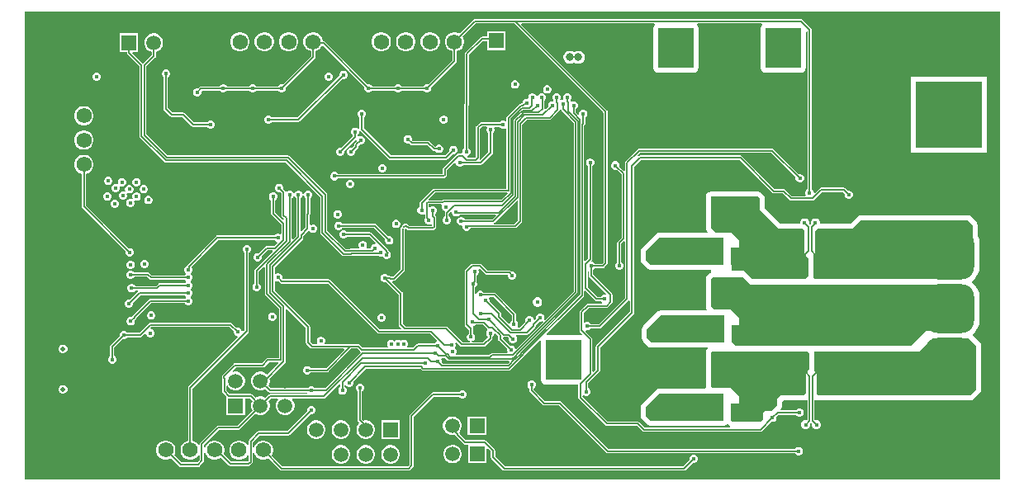
<source format=gbr>
%TF.GenerationSoftware,Altium Limited,Altium Designer,23.4.1 (23)*%
G04 Layer_Physical_Order=4*
G04 Layer_Color=16711680*
%FSLAX43Y43*%
%MOMM*%
%TF.SameCoordinates,F1D85D2B-AD7B-4026-9487-DA5914AD0DFB*%
%TF.FilePolarity,Positive*%
%TF.FileFunction,Copper,L4,Bot,Signal*%
%TF.Part,Single*%
G01*
G75*
%TA.AperFunction,Conductor*%
%ADD68C,0.180*%
%ADD70C,0.127*%
%TA.AperFunction,ComponentPad*%
%ADD71R,6.800X6.800*%
%ADD72R,1.500X1.500*%
%ADD73C,1.500*%
%ADD74C,1.575*%
%ADD75R,1.575X1.575*%
G04:AMPARAMS|DCode=76|XSize=5mm|YSize=5mm|CornerRadius=1.25mm|HoleSize=0mm|Usage=FLASHONLY|Rotation=270.000|XOffset=0mm|YOffset=0mm|HoleType=Round|Shape=RoundedRectangle|*
%AMROUNDEDRECTD76*
21,1,5.000,2.500,0,0,270.0*
21,1,2.500,5.000,0,0,270.0*
1,1,2.500,-1.250,-1.250*
1,1,2.500,-1.250,1.250*
1,1,2.500,1.250,1.250*
1,1,2.500,1.250,-1.250*
%
%ADD76ROUNDEDRECTD76*%
%ADD77R,1.575X1.575*%
%ADD78C,0.500*%
%TA.AperFunction,ViaPad*%
%ADD79C,0.450*%
%ADD80C,0.800*%
%ADD81C,4.000*%
G36*
X100000Y0D02*
X0D01*
Y48000D01*
X100000D01*
Y0D01*
D02*
G37*
%LPC*%
G36*
X79600Y47221D02*
X46200D01*
X46115Y47204D01*
X46044Y47156D01*
X44625Y45737D01*
X44481Y45820D01*
X44230Y45888D01*
X43970D01*
X43719Y45820D01*
X43494Y45690D01*
X43310Y45506D01*
X43180Y45281D01*
X43112Y45030D01*
Y44770D01*
X43180Y44519D01*
X43310Y44294D01*
X43494Y44110D01*
X43719Y43980D01*
X43879Y43937D01*
Y42992D01*
X41404Y40517D01*
X41385Y40525D01*
X41215D01*
X41059Y40460D01*
X40940Y40341D01*
X40932Y40321D01*
X38668D01*
X38660Y40341D01*
X38541Y40460D01*
X38385Y40525D01*
X38215D01*
X38059Y40460D01*
X37940Y40341D01*
X37932Y40321D01*
X35668D01*
X35660Y40341D01*
X35541Y40460D01*
X35385Y40525D01*
X35215D01*
X35196Y40517D01*
X30814Y44899D01*
X30742Y44947D01*
X30657Y44964D01*
X30587D01*
Y45030D01*
X30520Y45281D01*
X30390Y45506D01*
X30206Y45690D01*
X29981Y45820D01*
X29730Y45888D01*
X29470D01*
X29219Y45820D01*
X28994Y45690D01*
X28810Y45506D01*
X28680Y45281D01*
X28612Y45030D01*
Y44770D01*
X28680Y44519D01*
X28810Y44294D01*
X28994Y44110D01*
X29219Y43980D01*
X29379Y43937D01*
Y43392D01*
X26504Y40517D01*
X26485Y40525D01*
X26315D01*
X26159Y40460D01*
X26040Y40341D01*
X26032Y40321D01*
X23768D01*
X23760Y40341D01*
X23641Y40460D01*
X23485Y40525D01*
X23315D01*
X23159Y40460D01*
X23040Y40341D01*
X23032Y40321D01*
X20768D01*
X20760Y40341D01*
X20641Y40460D01*
X20485Y40525D01*
X20315D01*
X20159Y40460D01*
X20040Y40341D01*
X20032Y40321D01*
X18103D01*
X18019Y40304D01*
X17947Y40256D01*
X17806Y40116D01*
X17785Y40125D01*
X17615D01*
X17459Y40060D01*
X17340Y39941D01*
X17275Y39785D01*
Y39615D01*
X17340Y39459D01*
X17459Y39340D01*
X17615Y39275D01*
X17785D01*
X17941Y39340D01*
X18060Y39459D01*
X18125Y39615D01*
Y39785D01*
X18207Y39879D01*
X20032D01*
X20040Y39859D01*
X20159Y39740D01*
X20315Y39675D01*
X20485D01*
X20641Y39740D01*
X20760Y39859D01*
X20768Y39879D01*
X23032D01*
X23040Y39859D01*
X23159Y39740D01*
X23315Y39675D01*
X23485D01*
X23641Y39740D01*
X23760Y39859D01*
X23768Y39879D01*
X26032D01*
X26040Y39859D01*
X26159Y39740D01*
X26315Y39675D01*
X26485D01*
X26641Y39740D01*
X26760Y39859D01*
X26825Y40015D01*
Y40185D01*
X26817Y40204D01*
X29756Y43144D01*
X29804Y43215D01*
X29821Y43300D01*
Y43937D01*
X29981Y43980D01*
X30206Y44110D01*
X30390Y44294D01*
X30473Y44438D01*
X30630Y44457D01*
X34883Y40204D01*
X34875Y40185D01*
Y40015D01*
X34940Y39859D01*
X35059Y39740D01*
X35215Y39675D01*
X35385D01*
X35541Y39740D01*
X35660Y39859D01*
X35668Y39879D01*
X37932D01*
X37940Y39859D01*
X38059Y39740D01*
X38215Y39675D01*
X38385D01*
X38541Y39740D01*
X38660Y39859D01*
X38668Y39879D01*
X40932D01*
X40940Y39859D01*
X41059Y39740D01*
X41215Y39675D01*
X41385D01*
X41541Y39740D01*
X41660Y39859D01*
X41725Y40015D01*
Y40185D01*
X41717Y40204D01*
X44256Y42744D01*
X44304Y42815D01*
X44321Y42900D01*
Y43937D01*
X44481Y43980D01*
X44706Y44110D01*
X44890Y44294D01*
X45020Y44519D01*
X45088Y44770D01*
Y45030D01*
X45020Y45281D01*
X44937Y45425D01*
X46292Y46779D01*
X50216D01*
X59379Y37616D01*
Y22292D01*
X59208Y22121D01*
X58468D01*
X58460Y22141D01*
X58341Y22260D01*
X58204Y22317D01*
X58173Y22369D01*
X58152Y22452D01*
X58179Y22493D01*
X58194Y22567D01*
Y32120D01*
X58241Y32140D01*
X58360Y32259D01*
X58425Y32415D01*
Y32584D01*
X58360Y32741D01*
X58241Y32860D01*
X58084Y32925D01*
X57915D01*
X57759Y32860D01*
X57640Y32741D01*
X57575Y32584D01*
Y32415D01*
X57640Y32259D01*
X57759Y32140D01*
X57806Y32120D01*
Y22648D01*
X57521Y22363D01*
X57394Y22416D01*
Y36326D01*
X57437Y36369D01*
X57437Y36369D01*
X57479Y36432D01*
X57494Y36506D01*
X57494Y36506D01*
Y37120D01*
X57541Y37140D01*
X57660Y37259D01*
X57725Y37415D01*
Y37585D01*
X57660Y37741D01*
X57541Y37860D01*
X57385Y37925D01*
X57215D01*
X57059Y37860D01*
X56940Y37741D01*
X56875Y37585D01*
Y37479D01*
X56748Y37427D01*
X56499Y37676D01*
Y37997D01*
X56545Y38017D01*
X56665Y38136D01*
X56729Y38292D01*
Y38462D01*
X56665Y38618D01*
X56545Y38737D01*
X56389Y38802D01*
X56220D01*
X56101Y38753D01*
X55997Y38829D01*
X55996Y38895D01*
X56037Y38936D01*
X56102Y39092D01*
Y39261D01*
X56037Y39418D01*
X55918Y39537D01*
X55761Y39602D01*
X55592D01*
X55436Y39537D01*
X55317Y39418D01*
X55252Y39261D01*
Y39092D01*
X55281Y39023D01*
X55196Y38896D01*
X55135D01*
X55029Y38852D01*
X54978Y38898D01*
X54945Y38954D01*
X55002Y39092D01*
Y39262D01*
X54937Y39418D01*
X54818Y39537D01*
X54662Y39602D01*
X54492D01*
X54336Y39537D01*
X54217Y39418D01*
X54152Y39262D01*
Y39092D01*
X54217Y38936D01*
X54234Y38919D01*
X54205Y38846D01*
X54171Y38802D01*
X54019D01*
X53863Y38737D01*
X53743Y38618D01*
X53679Y38462D01*
Y38292D01*
X53698Y38246D01*
X53436Y37984D01*
X53366Y38004D01*
X53314Y38042D01*
Y38839D01*
X53411Y38936D01*
X53475Y39092D01*
Y39262D01*
X53411Y39418D01*
X53291Y39537D01*
X53135Y39602D01*
X52966D01*
X52810Y39537D01*
X52690Y39418D01*
X52626Y39262D01*
X52502D01*
X52437Y39418D01*
X52318Y39537D01*
X52162Y39602D01*
X51992D01*
X51836Y39537D01*
X51717Y39418D01*
X51652Y39262D01*
Y39148D01*
X51575Y39064D01*
X51535Y39049D01*
X51392D01*
X51236Y38984D01*
X51117Y38864D01*
X51052Y38708D01*
Y38584D01*
X51023Y38556D01*
X50913D01*
X50828Y38539D01*
X50756Y38491D01*
X50554Y38289D01*
X50517Y38264D01*
X49482Y37229D01*
X49434Y37157D01*
X49417Y37072D01*
Y36819D01*
X49290Y36769D01*
X49154Y36825D01*
X48985D01*
X48829Y36760D01*
X48709Y36641D01*
X48701Y36621D01*
X48354D01*
X48342Y36629D01*
X48257Y36646D01*
X46825D01*
X46740Y36629D01*
X46669Y36581D01*
X46344Y36256D01*
X46296Y36185D01*
X46279Y36100D01*
Y33092D01*
X46188Y33001D01*
X45461D01*
X45412Y33066D01*
X45455Y33204D01*
X45541Y33240D01*
X45660Y33359D01*
X45725Y33515D01*
Y33685D01*
X45660Y33841D01*
X45541Y33960D01*
X45521Y33968D01*
Y38326D01*
X45533Y38338D01*
X45581Y38409D01*
X45598Y38494D01*
Y43565D01*
X47012Y44979D01*
X47450D01*
Y44050D01*
X49350D01*
Y45950D01*
X47450D01*
Y45421D01*
X46921D01*
X46836Y45404D01*
X46764Y45356D01*
X45221Y43813D01*
X45173Y43741D01*
X45156Y43656D01*
Y38586D01*
X45144Y38574D01*
X45096Y38502D01*
X45079Y38417D01*
Y33968D01*
X45059Y33960D01*
X44940Y33841D01*
X44875Y33685D01*
Y33515D01*
X44777Y33421D01*
X44500D01*
X44415Y33404D01*
X44344Y33356D01*
X42944Y31956D01*
X42896Y31885D01*
X42879Y31800D01*
Y31321D01*
X32168D01*
X32160Y31341D01*
X32041Y31460D01*
X31885Y31525D01*
X31715D01*
X31559Y31460D01*
X31440Y31341D01*
X31375Y31185D01*
Y31015D01*
X31440Y30859D01*
X31559Y30740D01*
X31715Y30675D01*
X31885D01*
X32041Y30740D01*
X32160Y30859D01*
X32168Y30879D01*
X42995D01*
X43079Y30896D01*
X43151Y30944D01*
X43256Y31049D01*
X43304Y31121D01*
X43321Y31205D01*
Y31708D01*
X44091Y32478D01*
X44217Y32424D01*
X44273Y32288D01*
X44393Y32169D01*
X44549Y32104D01*
X44718D01*
X44874Y32169D01*
X44984Y32279D01*
X46800D01*
X46885Y32296D01*
X46956Y32344D01*
X47956Y33344D01*
X48004Y33415D01*
X48021Y33500D01*
Y35488D01*
X48041Y35496D01*
X48160Y35615D01*
X48225Y35771D01*
Y35941D01*
X48170Y36073D01*
X48212Y36147D01*
X48251Y36185D01*
X48282Y36179D01*
X48701D01*
X48709Y36159D01*
X48829Y36040D01*
X48985Y35975D01*
X49154D01*
X49290Y36031D01*
X49417Y35981D01*
Y29825D01*
X42030D01*
X41956Y29810D01*
X41893Y29768D01*
X40586Y28460D01*
X40544Y28397D01*
X40529Y28323D01*
Y27957D01*
X40482Y27937D01*
X40363Y27818D01*
X40298Y27662D01*
Y27492D01*
X40363Y27336D01*
X40482Y27217D01*
X40638Y27152D01*
X40808D01*
X40964Y27217D01*
X40965Y27218D01*
X41083Y27170D01*
Y26840D01*
X41081Y26839D01*
X41017Y26683D01*
Y26513D01*
X41081Y26357D01*
X41201Y26238D01*
X41357Y26173D01*
X41526D01*
X41663Y26229D01*
X41790Y26179D01*
Y26008D01*
X41780Y25998D01*
X39469D01*
X39313Y26153D01*
X39242Y26201D01*
X39157Y26218D01*
X39008D01*
X38923Y26201D01*
X38851Y26153D01*
X38746Y26048D01*
X38698Y25976D01*
X38697Y25970D01*
X38691Y25969D01*
X38619Y25921D01*
X38571Y25849D01*
X38554Y25765D01*
Y21567D01*
X37785Y20798D01*
X37602D01*
X37593Y20806D01*
X37522Y20854D01*
X37437Y20871D01*
X37293D01*
X37285Y20891D01*
X37166Y21010D01*
X37010Y21075D01*
X36840D01*
X36684Y21010D01*
X36565Y20891D01*
X36500Y20735D01*
Y20565D01*
X36565Y20409D01*
X36684Y20290D01*
X36840Y20225D01*
X37010D01*
X37085Y20256D01*
X38356Y18985D01*
Y15882D01*
X38373Y15798D01*
X38421Y15726D01*
X38632Y15514D01*
X38584Y15397D01*
X36416D01*
X31356Y20456D01*
X31285Y20504D01*
X31200Y20521D01*
X26508D01*
X26425Y20615D01*
Y20785D01*
X26360Y20941D01*
X26241Y21060D01*
X26085Y21125D01*
X25915D01*
X25779Y21069D01*
X25652Y21119D01*
Y21751D01*
X28536Y24635D01*
X28584Y24707D01*
X28601Y24791D01*
Y24993D01*
X29092Y25484D01*
X29240Y25459D01*
X29359Y25340D01*
X29515Y25275D01*
X29685D01*
X29841Y25340D01*
X29960Y25459D01*
X30025Y25615D01*
Y25785D01*
X29960Y25941D01*
X29841Y26060D01*
X29685Y26125D01*
X29515D01*
X29379Y26069D01*
X29252Y26119D01*
Y27143D01*
X29279Y27184D01*
X29296Y27268D01*
Y28807D01*
X29316Y28815D01*
X29435Y28934D01*
X29500Y29090D01*
Y29260D01*
X29435Y29416D01*
X29316Y29535D01*
X29160Y29600D01*
X28990D01*
X28834Y29535D01*
X28715Y29416D01*
X28650Y29260D01*
X28525Y29264D01*
Y29285D01*
X28460Y29441D01*
X28341Y29560D01*
X28185Y29625D01*
X28015D01*
X27859Y29560D01*
X27740Y29441D01*
X27719Y29390D01*
X27581D01*
X27560Y29441D01*
X27441Y29560D01*
X27285Y29625D01*
X27115D01*
X26959Y29560D01*
X26905Y29506D01*
X26857Y29509D01*
X26758Y29539D01*
X26725Y29587D01*
X26517Y29796D01*
X26525Y29815D01*
Y29985D01*
X26460Y30141D01*
X26341Y30260D01*
X26185Y30325D01*
X26015D01*
X25859Y30260D01*
X25740Y30141D01*
X25675Y29985D01*
Y29815D01*
X25740Y29659D01*
X25859Y29540D01*
X26015Y29475D01*
X26185D01*
X26204Y29483D01*
X26348Y29339D01*
Y27080D01*
X26365Y26995D01*
X26413Y26923D01*
X26587Y26749D01*
X26579Y26693D01*
X26445Y26648D01*
X25721Y27372D01*
Y28632D01*
X25741Y28640D01*
X25860Y28759D01*
X25925Y28915D01*
Y29085D01*
X25860Y29241D01*
X25741Y29360D01*
X25585Y29425D01*
X25415D01*
X25259Y29360D01*
X25140Y29241D01*
X25075Y29085D01*
Y28915D01*
X25140Y28759D01*
X25259Y28640D01*
X25279Y28632D01*
Y27280D01*
X25296Y27195D01*
X25344Y27124D01*
X26348Y26119D01*
Y25219D01*
X26221Y25169D01*
X26085Y25225D01*
X25915D01*
X25759Y25160D01*
X25640Y25041D01*
X25632Y25021D01*
X19800D01*
X19715Y25004D01*
X19644Y24956D01*
X16695Y22008D01*
X16647Y21936D01*
X16639Y21893D01*
X16559Y21860D01*
X16440Y21741D01*
X16375Y21585D01*
Y21415D01*
X16440Y21259D01*
X16518Y21181D01*
X16546Y21100D01*
X16518Y21019D01*
X16440Y20941D01*
X16432Y20921D01*
X13087D01*
X12852Y21156D01*
X12780Y21204D01*
X12695Y21221D01*
X11268D01*
X11260Y21241D01*
X11141Y21360D01*
X10985Y21425D01*
X10815D01*
X10659Y21360D01*
X10540Y21241D01*
X10475Y21085D01*
Y20915D01*
X10540Y20759D01*
X10659Y20640D01*
X10815Y20575D01*
X10985D01*
X11141Y20640D01*
X11260Y20759D01*
X11268Y20779D01*
X12604D01*
X12839Y20544D01*
X12911Y20496D01*
X12995Y20479D01*
X16432D01*
X16440Y20459D01*
X16518Y20381D01*
X16546Y20300D01*
X16518Y20219D01*
X16440Y20141D01*
X16432Y20121D01*
X13874D01*
X13790Y20104D01*
X13718Y20056D01*
X13483Y19821D01*
X11368D01*
X11360Y19841D01*
X11241Y19960D01*
X11085Y20025D01*
X10915D01*
X10759Y19960D01*
X10640Y19841D01*
X10575Y19685D01*
Y19515D01*
X10640Y19359D01*
X10759Y19240D01*
X10915Y19175D01*
X11085D01*
X11241Y19240D01*
X11360Y19359D01*
X11368Y19379D01*
X11598D01*
X11638Y19272D01*
X11639Y19252D01*
X10804Y18417D01*
X10785Y18425D01*
X10615D01*
X10459Y18360D01*
X10340Y18241D01*
X10275Y18085D01*
Y17915D01*
X10340Y17759D01*
X10459Y17640D01*
X10615Y17575D01*
X10785D01*
X10941Y17640D01*
X11060Y17759D01*
X11125Y17915D01*
Y18085D01*
X11117Y18104D01*
X11892Y18879D01*
X16432D01*
X16440Y18859D01*
X16518Y18781D01*
X16546Y18700D01*
X16518Y18619D01*
X16440Y18541D01*
X16432Y18521D01*
X12900D01*
X12815Y18504D01*
X12744Y18456D01*
X11107Y16820D01*
X11059Y16748D01*
X11056Y16731D01*
X10982Y16627D01*
X10813D01*
X10657Y16563D01*
X10537Y16443D01*
X10473Y16287D01*
Y16118D01*
X10537Y15962D01*
X10657Y15842D01*
X10813Y15777D01*
X10982D01*
X11138Y15842D01*
X11258Y15962D01*
X11323Y16118D01*
Y16287D01*
X11315Y16306D01*
X11420Y16412D01*
X11468Y16484D01*
X11485Y16568D01*
Y16572D01*
X12992Y18079D01*
X16432D01*
X16440Y18059D01*
X16559Y17940D01*
X16715Y17875D01*
X16885D01*
X17041Y17940D01*
X17160Y18059D01*
X17225Y18215D01*
Y18385D01*
X17160Y18541D01*
X17082Y18619D01*
X17054Y18700D01*
X17082Y18781D01*
X17160Y18859D01*
X17225Y19015D01*
Y19185D01*
X17160Y19341D01*
X17082Y19419D01*
X17054Y19500D01*
X17082Y19581D01*
X17160Y19659D01*
X17225Y19815D01*
Y19985D01*
X17160Y20141D01*
X17082Y20219D01*
X17054Y20300D01*
X17082Y20381D01*
X17160Y20459D01*
X17225Y20615D01*
Y20785D01*
X17160Y20941D01*
X17082Y21019D01*
X17054Y21100D01*
X17082Y21181D01*
X17160Y21259D01*
X17225Y21415D01*
Y21585D01*
X17160Y21741D01*
X17107Y21794D01*
X19892Y24579D01*
X25632D01*
X25640Y24559D01*
X25759Y24440D01*
X25895Y24383D01*
X25949Y24258D01*
X25621Y23929D01*
X24808D01*
X24723Y23912D01*
X24652Y23864D01*
X24004Y23217D01*
X23985Y23225D01*
X23815D01*
X23659Y23160D01*
X23540Y23041D01*
X23475Y22885D01*
Y22715D01*
X23540Y22559D01*
X23659Y22440D01*
X23815Y22375D01*
X23985D01*
X24141Y22440D01*
X24260Y22559D01*
X24325Y22715D01*
Y22885D01*
X24317Y22904D01*
X24900Y23487D01*
X25409D01*
X25457Y23369D01*
X23644Y21556D01*
X23596Y21484D01*
X23579Y21399D01*
Y20068D01*
X23559Y20060D01*
X23440Y19941D01*
X23375Y19785D01*
Y19615D01*
X23440Y19459D01*
X23559Y19340D01*
X23715Y19275D01*
X23885D01*
X24041Y19340D01*
X24160Y19459D01*
X24225Y19615D01*
Y19785D01*
X24160Y19941D01*
X24041Y20060D01*
X24021Y20068D01*
Y21308D01*
X24532Y21819D01*
X24650Y21770D01*
Y19038D01*
X24667Y18953D01*
X24715Y18881D01*
X26075Y17521D01*
Y12457D01*
X24968D01*
X24884Y12440D01*
X24812Y12392D01*
X24325Y11905D01*
X21584D01*
X21499Y11888D01*
X21427Y11840D01*
X20318Y10731D01*
X20270Y10659D01*
X20253Y10575D01*
Y10425D01*
X20270Y10341D01*
X20279Y10328D01*
Y9005D01*
X20296Y8921D01*
X20344Y8849D01*
X20710Y8483D01*
Y6610D01*
X22610D01*
Y8306D01*
X23141D01*
X23390Y8057D01*
X23315Y7927D01*
X23250Y7685D01*
Y7435D01*
X23315Y7193D01*
X23390Y7063D01*
X21836Y5508D01*
X19887D01*
X19803Y5492D01*
X19731Y5444D01*
X18044Y3756D01*
X17996Y3685D01*
X17979Y3600D01*
Y3534D01*
X17852Y3500D01*
X17790Y3606D01*
X17606Y3790D01*
X17381Y3920D01*
X17221Y3963D01*
Y9304D01*
X22956Y15039D01*
X23004Y15111D01*
X23021Y15195D01*
Y23232D01*
X23041Y23240D01*
X23160Y23359D01*
X23225Y23515D01*
Y23685D01*
X23160Y23841D01*
X23041Y23960D01*
X22885Y24025D01*
X22715D01*
X22559Y23960D01*
X22440Y23841D01*
X22375Y23685D01*
Y23515D01*
X22440Y23359D01*
X22559Y23240D01*
X22579Y23232D01*
Y15287D01*
X22442Y15151D01*
X22317Y15205D01*
X22260Y15341D01*
X22141Y15460D01*
X21985Y15525D01*
X21815D01*
X21796Y15517D01*
X21306Y16006D01*
X21235Y16054D01*
X21150Y16071D01*
X12945D01*
X12861Y16054D01*
X12789Y16006D01*
X11804Y15021D01*
X10568D01*
X10560Y15041D01*
X10441Y15160D01*
X10285Y15225D01*
X10115D01*
X9959Y15160D01*
X9840Y15041D01*
X9775Y14885D01*
Y14715D01*
X9783Y14696D01*
X8844Y13756D01*
X8796Y13685D01*
X8779Y13600D01*
Y12668D01*
X8759Y12660D01*
X8640Y12541D01*
X8575Y12385D01*
Y12215D01*
X8640Y12059D01*
X8759Y11940D01*
X8915Y11875D01*
X9085D01*
X9241Y11940D01*
X9360Y12059D01*
X9425Y12215D01*
Y12385D01*
X9360Y12541D01*
X9241Y12660D01*
X9221Y12668D01*
Y13508D01*
X10096Y14383D01*
X10115Y14375D01*
X10285D01*
X10441Y14440D01*
X10560Y14559D01*
X10568Y14579D01*
X11895D01*
X11980Y14596D01*
X12052Y14644D01*
X12358Y14949D01*
X12483Y14895D01*
X12540Y14759D01*
X12659Y14640D01*
X12815Y14575D01*
X12985D01*
X13141Y14640D01*
X13260Y14759D01*
X13325Y14915D01*
Y15085D01*
X13260Y15241D01*
X13141Y15360D01*
X13005Y15417D01*
X12951Y15542D01*
X13037Y15629D01*
X21058D01*
X21483Y15204D01*
X21475Y15185D01*
Y15015D01*
X21540Y14859D01*
X21659Y14740D01*
X21795Y14683D01*
X21849Y14558D01*
X16844Y9552D01*
X16796Y9480D01*
X16779Y9395D01*
Y3963D01*
X16619Y3920D01*
X16394Y3790D01*
X16210Y3606D01*
X16080Y3381D01*
X16013Y3130D01*
Y2870D01*
X16080Y2619D01*
X16210Y2394D01*
X16394Y2210D01*
X16619Y2080D01*
X16870Y2013D01*
X17130D01*
X17381Y2080D01*
X17606Y2210D01*
X17790Y2394D01*
X17852Y2500D01*
X17979Y2466D01*
Y1992D01*
X17708Y1721D01*
X16092D01*
X15337Y2475D01*
X15420Y2619D01*
X15488Y2870D01*
Y3130D01*
X15420Y3381D01*
X15290Y3606D01*
X15106Y3790D01*
X14881Y3920D01*
X14630Y3987D01*
X14370D01*
X14119Y3920D01*
X13894Y3790D01*
X13710Y3606D01*
X13580Y3381D01*
X13512Y3130D01*
Y2870D01*
X13580Y2619D01*
X13710Y2394D01*
X13894Y2210D01*
X14119Y2080D01*
X14370Y2013D01*
X14630D01*
X14881Y2080D01*
X15025Y2163D01*
X15844Y1344D01*
X15915Y1296D01*
X16000Y1279D01*
X17800D01*
X17885Y1296D01*
X17956Y1344D01*
X18356Y1744D01*
X18404Y1815D01*
X18421Y1900D01*
Y2720D01*
X18548Y2737D01*
X18580Y2619D01*
X18710Y2394D01*
X18894Y2210D01*
X19119Y2080D01*
X19370Y2013D01*
X19630D01*
X19881Y2080D01*
X20106Y2210D01*
X20142Y2245D01*
X20944Y1444D01*
X21015Y1396D01*
X21100Y1379D01*
X23000D01*
X23085Y1396D01*
X23156Y1444D01*
X23356Y1644D01*
X23404Y1715D01*
X23421Y1800D01*
Y2720D01*
X23548Y2737D01*
X23580Y2619D01*
X23710Y2394D01*
X23894Y2210D01*
X24119Y2080D01*
X24370Y2013D01*
X24630D01*
X24881Y2080D01*
X25025Y2163D01*
X26244Y944D01*
X26315Y896D01*
X26400Y879D01*
X39400D01*
X39485Y896D01*
X39556Y944D01*
X39856Y1244D01*
X39904Y1315D01*
X39921Y1400D01*
Y6408D01*
X41992Y8479D01*
X44532D01*
X44540Y8459D01*
X44659Y8340D01*
X44815Y8275D01*
X44985D01*
X45141Y8340D01*
X45260Y8459D01*
X45325Y8615D01*
Y8785D01*
X45260Y8941D01*
X45141Y9060D01*
X44985Y9125D01*
X44815D01*
X44659Y9060D01*
X44540Y8941D01*
X44532Y8921D01*
X41900D01*
X41815Y8904D01*
X41744Y8856D01*
X39544Y6656D01*
X39496Y6585D01*
X39479Y6500D01*
Y1492D01*
X39308Y1321D01*
X26492D01*
X25337Y2475D01*
X25420Y2619D01*
X25487Y2870D01*
Y3130D01*
X25420Y3381D01*
X25290Y3606D01*
X25106Y3790D01*
X24881Y3920D01*
X24630Y3987D01*
X24370D01*
X24119Y3920D01*
X23894Y3790D01*
X23710Y3606D01*
X23580Y3381D01*
X23548Y3263D01*
X23421Y3280D01*
Y3808D01*
X24112Y4499D01*
X27020D01*
X27105Y4516D01*
X27177Y4564D01*
X29296Y6683D01*
X29315Y6675D01*
X29485D01*
X29641Y6740D01*
X29760Y6859D01*
X29825Y7015D01*
Y7185D01*
X29760Y7341D01*
X29641Y7460D01*
X29485Y7525D01*
X29315D01*
X29159Y7460D01*
X29040Y7341D01*
X28975Y7185D01*
Y7015D01*
X28983Y6996D01*
X26929Y4942D01*
X24020D01*
X23936Y4925D01*
X23864Y4877D01*
X23044Y4056D01*
X22996Y3985D01*
X22979Y3900D01*
Y3534D01*
X22852Y3500D01*
X22790Y3606D01*
X22606Y3790D01*
X22381Y3920D01*
X22130Y3987D01*
X21870D01*
X21619Y3920D01*
X21394Y3790D01*
X21210Y3606D01*
X21080Y3381D01*
X21013Y3130D01*
Y2870D01*
X21080Y2619D01*
X21210Y2394D01*
X21394Y2210D01*
X21619Y2080D01*
X21870Y2013D01*
X22130D01*
X22381Y2080D01*
X22606Y2210D01*
X22790Y2394D01*
X22852Y2500D01*
X22979Y2466D01*
Y1892D01*
X22908Y1821D01*
X21192D01*
X20411Y2602D01*
X20420Y2619D01*
X20487Y2870D01*
Y3130D01*
X20420Y3381D01*
X20290Y3606D01*
X20106Y3790D01*
X19881Y3920D01*
X19630Y3987D01*
X19370D01*
X19119Y3920D01*
X18894Y3790D01*
X18710Y3606D01*
X18580Y3381D01*
X18548Y3263D01*
X18421Y3280D01*
Y3508D01*
X19979Y5066D01*
X21927D01*
X22012Y5083D01*
X22084Y5131D01*
X23703Y6750D01*
X23833Y6675D01*
X24075Y6610D01*
X24325D01*
X24567Y6675D01*
X24783Y6800D01*
X24960Y6977D01*
X25085Y7193D01*
X25150Y7435D01*
Y7685D01*
X25085Y7927D01*
X25010Y8057D01*
X25259Y8306D01*
X25976D01*
X26025Y8188D01*
X25980Y8143D01*
X25855Y7927D01*
X25790Y7685D01*
Y7435D01*
X25855Y7193D01*
X25980Y6977D01*
X26157Y6800D01*
X26373Y6675D01*
X26615Y6610D01*
X26865D01*
X27107Y6675D01*
X27323Y6800D01*
X27500Y6977D01*
X27625Y7193D01*
X27690Y7435D01*
Y7685D01*
X27625Y7927D01*
X27500Y8143D01*
X27455Y8188D01*
X27504Y8306D01*
X30726D01*
X30811Y8323D01*
X30883Y8371D01*
X32261Y9749D01*
X32379Y9701D01*
Y9468D01*
X32359Y9460D01*
X32240Y9341D01*
X32175Y9185D01*
Y9015D01*
X32240Y8859D01*
X32359Y8740D01*
X32515Y8675D01*
X32685D01*
X32841Y8740D01*
X32960Y8859D01*
X33025Y9015D01*
Y9185D01*
X32960Y9341D01*
X32841Y9460D01*
X32821Y9468D01*
Y9613D01*
X32908Y9647D01*
X32948Y9651D01*
X33059Y9540D01*
X33215Y9475D01*
X33385D01*
X33541Y9540D01*
X33660Y9659D01*
X33725Y9815D01*
Y9985D01*
X33706Y10031D01*
X35023Y11348D01*
X40625D01*
X40752Y11221D01*
X40815Y11179D01*
X40889Y11165D01*
X49659D01*
X49733Y11179D01*
X49796Y11221D01*
X50478Y11904D01*
X50539Y11944D01*
X51256Y12661D01*
X51296Y12721D01*
X52863Y14289D01*
X52990Y14236D01*
Y10200D01*
X53029Y10005D01*
X53140Y9840D01*
X53305Y9729D01*
X53500Y9690D01*
X56776D01*
Y8402D01*
X56793Y8318D01*
X56841Y8246D01*
X59544Y5544D01*
X59615Y5496D01*
X59700Y5479D01*
X62808D01*
X63344Y4944D01*
X63415Y4896D01*
X63500Y4879D01*
X75500D01*
X75585Y4896D01*
X75656Y4944D01*
X76596Y5883D01*
X76615Y5875D01*
X76785D01*
X76941Y5940D01*
X77060Y6059D01*
X77125Y6215D01*
Y6385D01*
X77117Y6404D01*
X77344Y6631D01*
X79111D01*
X79119Y6611D01*
X79239Y6492D01*
X79395Y6427D01*
X79564D01*
X79720Y6492D01*
X79840Y6611D01*
X79905Y6767D01*
Y6937D01*
X79840Y7093D01*
X79720Y7212D01*
X79564Y7277D01*
X79395D01*
X79239Y7212D01*
X79119Y7093D01*
X79111Y7073D01*
X77560D01*
X77512Y7191D01*
X77560Y7240D01*
X77671Y7405D01*
X77710Y7600D01*
Y7964D01*
X77836Y8090D01*
X79900Y8090D01*
X80095Y8129D01*
X80152Y8167D01*
X80279Y8099D01*
Y6182D01*
X80195Y6079D01*
X80005D01*
X79829Y6006D01*
X79694Y5871D01*
X79621Y5695D01*
Y5505D01*
X79694Y5329D01*
X79829Y5194D01*
X80005Y5121D01*
X80195D01*
X80371Y5194D01*
X80506Y5329D01*
X80579Y5505D01*
Y5695D01*
X80558Y5745D01*
X80650Y5837D01*
X80742Y5745D01*
X80721Y5695D01*
Y5505D01*
X80794Y5329D01*
X80929Y5194D01*
X81105Y5121D01*
X81295D01*
X81471Y5194D01*
X81606Y5329D01*
X81679Y5505D01*
Y5695D01*
X81606Y5871D01*
X81471Y6006D01*
X81295Y6079D01*
X81105D01*
X81021Y6182D01*
Y8099D01*
X81148Y8167D01*
X81205Y8129D01*
X81400Y8090D01*
X97000D01*
X97195Y8129D01*
X97360Y8240D01*
X97960Y8840D01*
X98071Y9005D01*
X98110Y9200D01*
Y13700D01*
X98071Y13895D01*
X97960Y14060D01*
X97252Y14769D01*
X97258Y14896D01*
X97393Y15007D01*
X97612Y15273D01*
X97775Y15577D01*
X97875Y15907D01*
X97908Y16250D01*
Y18750D01*
X97875Y19093D01*
X97775Y19423D01*
X97612Y19727D01*
X97393Y19993D01*
X97177Y20171D01*
X97169Y20191D01*
Y20309D01*
X97177Y20329D01*
X97393Y20507D01*
X97612Y20773D01*
X97775Y21077D01*
X97875Y21407D01*
X97908Y21750D01*
Y24250D01*
X97875Y24593D01*
X97775Y24923D01*
X97710Y25044D01*
Y26100D01*
X97671Y26295D01*
X97560Y26460D01*
X97060Y26960D01*
X96895Y27071D01*
X96700Y27110D01*
X85800D01*
X85605Y27071D01*
X85440Y26960D01*
X84689Y26210D01*
X81579D01*
Y26395D01*
X81506Y26571D01*
X81371Y26706D01*
X81195Y26779D01*
X81005D01*
X80829Y26706D01*
X80694Y26571D01*
X80621Y26395D01*
Y26205D01*
X80644Y26148D01*
X80644Y26148D01*
X80470Y26142D01*
X80458Y26155D01*
X80479Y26205D01*
Y26395D01*
X80406Y26571D01*
X80271Y26706D01*
X80095Y26779D01*
X79905D01*
X79729Y26706D01*
X79594Y26571D01*
X79521Y26395D01*
Y26210D01*
X77511D01*
X75910Y27811D01*
Y28800D01*
X75871Y28995D01*
X75760Y29160D01*
X75560Y29360D01*
X75395Y29471D01*
X75200Y29510D01*
X70367D01*
X70172Y29471D01*
X70006Y29360D01*
X69896Y29195D01*
X69857Y29000D01*
Y25833D01*
X69896Y25638D01*
X70006Y25473D01*
X70052Y25427D01*
X70003Y25310D01*
X65100D01*
X64905Y25271D01*
X64740Y25160D01*
X63340Y23760D01*
X63229Y23595D01*
X63190Y23400D01*
X63190Y22500D01*
X63229Y22305D01*
X63340Y22140D01*
X63807Y21672D01*
X63973Y21561D01*
X64168Y21523D01*
X70282D01*
X70400Y21500D01*
Y21181D01*
X70350Y21171D01*
X70185Y21060D01*
X70006Y20882D01*
X69896Y20717D01*
X69857Y20522D01*
Y17733D01*
X69896Y17538D01*
X69963Y17437D01*
X69896Y17310D01*
X65200D01*
X65005Y17271D01*
X64840Y17160D01*
X63440Y15760D01*
X63329Y15595D01*
X63290Y15400D01*
X63290Y14500D01*
X63329Y14305D01*
X63440Y14140D01*
X63907Y13672D01*
X64073Y13561D01*
X64268Y13523D01*
X70022D01*
X70075Y13396D01*
X70006Y13327D01*
X69896Y13162D01*
X69857Y12967D01*
Y9533D01*
X69876Y9437D01*
X69774Y9310D01*
X65100D01*
X64905Y9271D01*
X64740Y9160D01*
X63340Y7760D01*
X63229Y7595D01*
X63190Y7400D01*
X63190Y6500D01*
X63229Y6305D01*
X63340Y6140D01*
X63807Y5672D01*
X63973Y5561D01*
X64168Y5523D01*
X71687D01*
X71882Y5561D01*
X72048Y5672D01*
X72102Y5677D01*
X72240Y5540D01*
X72376Y5448D01*
X72345Y5321D01*
X63592D01*
X63056Y5856D01*
X62985Y5904D01*
X62900Y5921D01*
X59792D01*
X57230Y8483D01*
X57242Y8597D01*
X57357Y8642D01*
X57359Y8640D01*
X57515Y8575D01*
X57685D01*
X57841Y8640D01*
X57960Y8759D01*
X58025Y8915D01*
Y9085D01*
X57960Y9241D01*
X57841Y9360D01*
X57821Y9368D01*
Y9852D01*
X58956Y10987D01*
X59004Y11059D01*
X59021Y11143D01*
Y13508D01*
X62456Y16944D01*
X62504Y17015D01*
X62521Y17100D01*
Y32108D01*
X63192Y32779D01*
X73312D01*
X76679Y29413D01*
X76750Y29365D01*
X76835Y29348D01*
X77744D01*
X78417Y28675D01*
X78489Y28627D01*
X78574Y28610D01*
X80825D01*
X80910Y28627D01*
X80982Y28675D01*
X81786Y29479D01*
X83908D01*
X84083Y29304D01*
X84075Y29285D01*
Y29115D01*
X84140Y28959D01*
X84259Y28840D01*
X84415Y28775D01*
X84585D01*
X84741Y28840D01*
X84860Y28959D01*
X84925Y29115D01*
Y29285D01*
X84860Y29441D01*
X84741Y29560D01*
X84585Y29625D01*
X84415D01*
X84396Y29617D01*
X84156Y29856D01*
X84085Y29904D01*
X84000Y29921D01*
X81694D01*
X81610Y29904D01*
X81538Y29856D01*
X81052Y29371D01*
X80925Y29423D01*
Y29485D01*
X80860Y29641D01*
X80741Y29760D01*
X80721Y29768D01*
Y46100D01*
X80704Y46185D01*
X80656Y46256D01*
X79756Y47156D01*
X79685Y47204D01*
X79600Y47221D01*
D02*
G37*
G36*
X41730Y45888D02*
X41470D01*
X41219Y45820D01*
X40994Y45690D01*
X40810Y45506D01*
X40680Y45281D01*
X40612Y45030D01*
Y44770D01*
X40680Y44519D01*
X40810Y44294D01*
X40994Y44110D01*
X41219Y43980D01*
X41470Y43912D01*
X41730D01*
X41981Y43980D01*
X42206Y44110D01*
X42390Y44294D01*
X42520Y44519D01*
X42588Y44770D01*
Y45030D01*
X42520Y45281D01*
X42390Y45506D01*
X42206Y45690D01*
X41981Y45820D01*
X41730Y45888D01*
D02*
G37*
G36*
X39230D02*
X38970D01*
X38719Y45820D01*
X38494Y45690D01*
X38310Y45506D01*
X38180Y45281D01*
X38112Y45030D01*
Y44770D01*
X38180Y44519D01*
X38310Y44294D01*
X38494Y44110D01*
X38719Y43980D01*
X38970Y43912D01*
X39230D01*
X39481Y43980D01*
X39706Y44110D01*
X39890Y44294D01*
X40020Y44519D01*
X40088Y44770D01*
Y45030D01*
X40020Y45281D01*
X39890Y45506D01*
X39706Y45690D01*
X39481Y45820D01*
X39230Y45888D01*
D02*
G37*
G36*
X36730D02*
X36470D01*
X36219Y45820D01*
X35994Y45690D01*
X35810Y45506D01*
X35680Y45281D01*
X35612Y45030D01*
Y44770D01*
X35680Y44519D01*
X35810Y44294D01*
X35994Y44110D01*
X36219Y43980D01*
X36470Y43912D01*
X36730D01*
X36981Y43980D01*
X37206Y44110D01*
X37390Y44294D01*
X37520Y44519D01*
X37588Y44770D01*
Y45030D01*
X37520Y45281D01*
X37390Y45506D01*
X37206Y45690D01*
X36981Y45820D01*
X36730Y45888D01*
D02*
G37*
G36*
X27230D02*
X26970D01*
X26719Y45820D01*
X26494Y45690D01*
X26310Y45506D01*
X26180Y45281D01*
X26112Y45030D01*
Y44770D01*
X26180Y44519D01*
X26310Y44294D01*
X26494Y44110D01*
X26719Y43980D01*
X26970Y43912D01*
X27230D01*
X27481Y43980D01*
X27706Y44110D01*
X27890Y44294D01*
X28020Y44519D01*
X28087Y44770D01*
Y45030D01*
X28020Y45281D01*
X27890Y45506D01*
X27706Y45690D01*
X27481Y45820D01*
X27230Y45888D01*
D02*
G37*
G36*
X24730D02*
X24470D01*
X24219Y45820D01*
X23994Y45690D01*
X23810Y45506D01*
X23680Y45281D01*
X23612Y45030D01*
Y44770D01*
X23680Y44519D01*
X23810Y44294D01*
X23994Y44110D01*
X24219Y43980D01*
X24470Y43912D01*
X24730D01*
X24981Y43980D01*
X25206Y44110D01*
X25390Y44294D01*
X25520Y44519D01*
X25587Y44770D01*
Y45030D01*
X25520Y45281D01*
X25390Y45506D01*
X25206Y45690D01*
X24981Y45820D01*
X24730Y45888D01*
D02*
G37*
G36*
X22230D02*
X21970D01*
X21719Y45820D01*
X21494Y45690D01*
X21310Y45506D01*
X21180Y45281D01*
X21112Y45030D01*
Y44770D01*
X21180Y44519D01*
X21310Y44294D01*
X21494Y44110D01*
X21719Y43980D01*
X21970Y43912D01*
X22230D01*
X22481Y43980D01*
X22706Y44110D01*
X22890Y44294D01*
X23020Y44519D01*
X23087Y44770D01*
Y45030D01*
X23020Y45281D01*
X22890Y45506D01*
X22706Y45690D01*
X22481Y45820D01*
X22230Y45888D01*
D02*
G37*
G36*
X13385Y45750D02*
X13135D01*
X12893Y45685D01*
X12677Y45560D01*
X12500Y45383D01*
X12375Y45167D01*
X12310Y44925D01*
Y44675D01*
X12375Y44433D01*
X12500Y44217D01*
X12677Y44040D01*
X12893Y43915D01*
X13039Y43876D01*
Y43536D01*
X12159Y42656D01*
X12156Y42656D01*
X11080Y43733D01*
X11129Y43850D01*
X11670D01*
Y45750D01*
X9770D01*
Y43850D01*
X10499D01*
Y43780D01*
X10516Y43695D01*
X10564Y43624D01*
X11779Y42408D01*
Y35200D01*
X11796Y35115D01*
X11844Y35044D01*
X14324Y32564D01*
X14395Y32516D01*
X14480Y32499D01*
X26808D01*
X30339Y28968D01*
Y25310D01*
X30356Y25226D01*
X30404Y25154D01*
X32590Y22967D01*
X32662Y22919D01*
X32747Y22903D01*
X33446D01*
X33531Y22919D01*
X33562Y22940D01*
X36241D01*
X36272Y22909D01*
X36429Y22844D01*
X36598D01*
X36741Y22903D01*
X36802Y22756D01*
X36922Y22636D01*
X37078Y22572D01*
X37247D01*
X37403Y22636D01*
X37523Y22756D01*
X37587Y22912D01*
Y23081D01*
X37523Y23237D01*
X37498Y23263D01*
X37494Y23281D01*
X37446Y23353D01*
X37332Y23467D01*
Y23478D01*
X37315Y23562D01*
X37267Y23634D01*
X35618Y25283D01*
X35546Y25331D01*
X35461Y25348D01*
X33095D01*
X33087Y25368D01*
X32968Y25487D01*
X32812Y25552D01*
X32642D01*
X32486Y25487D01*
X32367Y25368D01*
X32302Y25212D01*
Y25042D01*
X32367Y24886D01*
X32486Y24767D01*
X32642Y24702D01*
X32812D01*
X32968Y24767D01*
X33087Y24886D01*
X33095Y24906D01*
X35370D01*
X35993Y24283D01*
X35940Y24156D01*
X35869D01*
X35713Y24091D01*
X35593Y23971D01*
X35529Y23815D01*
Y23663D01*
X35119D01*
X35069Y23790D01*
X35125Y23926D01*
Y24095D01*
X35060Y24251D01*
X34941Y24371D01*
X34785Y24436D01*
X34615D01*
X34459Y24371D01*
X34340Y24251D01*
X34275Y24095D01*
Y23926D01*
X34331Y23790D01*
X34281Y23663D01*
X33368D01*
X33283Y23646D01*
X33252Y23625D01*
X32954D01*
X31061Y25518D01*
Y29193D01*
X31045Y29278D01*
X30997Y29350D01*
X27190Y33156D01*
X27118Y33204D01*
X27034Y33221D01*
X14688D01*
X12501Y35408D01*
Y42373D01*
X13416Y43288D01*
X13464Y43360D01*
X13481Y43444D01*
Y43876D01*
X13627Y43915D01*
X13843Y44040D01*
X14020Y44217D01*
X14145Y44433D01*
X14210Y44675D01*
Y44925D01*
X14145Y45167D01*
X14020Y45383D01*
X13843Y45560D01*
X13627Y45685D01*
X13385Y45750D01*
D02*
G37*
G36*
X32785Y41925D02*
X32615D01*
X32459Y41860D01*
X32340Y41741D01*
X32275Y41585D01*
Y41415D01*
X32283Y41396D01*
X28008Y37121D01*
X25375D01*
X25364Y37147D01*
X25245Y37266D01*
X25089Y37331D01*
X24920D01*
X24763Y37266D01*
X24644Y37147D01*
X24579Y36991D01*
Y36822D01*
X24644Y36665D01*
X24763Y36546D01*
X24920Y36481D01*
X25089D01*
X25245Y36546D01*
X25364Y36665D01*
X25370Y36679D01*
X28100D01*
X28185Y36696D01*
X28256Y36744D01*
X32596Y41083D01*
X32615Y41075D01*
X32785D01*
X32941Y41140D01*
X33060Y41259D01*
X33125Y41415D01*
Y41585D01*
X33060Y41741D01*
X32941Y41860D01*
X32785Y41925D01*
D02*
G37*
G36*
X7485Y41725D02*
X7315D01*
X7159Y41660D01*
X7040Y41541D01*
X6975Y41385D01*
Y41215D01*
X7040Y41059D01*
X7159Y40940D01*
X7315Y40875D01*
X7485D01*
X7641Y40940D01*
X7760Y41059D01*
X7825Y41215D01*
Y41385D01*
X7760Y41541D01*
X7641Y41660D01*
X7485Y41725D01*
D02*
G37*
G36*
X31285Y41725D02*
X31115D01*
X30959Y41660D01*
X30840Y41541D01*
X30775Y41385D01*
Y41215D01*
X30840Y41059D01*
X30959Y40940D01*
X31115Y40875D01*
X31285D01*
X31441Y40940D01*
X31560Y41059D01*
X31625Y41215D01*
Y41385D01*
X31560Y41541D01*
X31441Y41660D01*
X31285Y41725D01*
D02*
G37*
G36*
X50385Y40925D02*
X50215D01*
X50059Y40860D01*
X49940Y40741D01*
X49875Y40585D01*
Y40415D01*
X49940Y40259D01*
X50059Y40140D01*
X50215Y40075D01*
X50385D01*
X50541Y40140D01*
X50660Y40259D01*
X50725Y40415D01*
Y40585D01*
X50660Y40741D01*
X50541Y40860D01*
X50385Y40925D01*
D02*
G37*
G36*
X53685Y40425D02*
X53515D01*
X53359Y40360D01*
X53240Y40241D01*
X53175Y40085D01*
Y39915D01*
X53240Y39759D01*
X53359Y39640D01*
X53515Y39575D01*
X53685D01*
X53841Y39640D01*
X53960Y39759D01*
X54025Y39915D01*
Y40085D01*
X53960Y40241D01*
X53841Y40360D01*
X53685Y40425D01*
D02*
G37*
G36*
X43085Y37325D02*
X42915D01*
X42759Y37260D01*
X42640Y37141D01*
X42575Y36985D01*
Y36815D01*
X42640Y36659D01*
X42759Y36540D01*
X42915Y36475D01*
X43085D01*
X43241Y36540D01*
X43360Y36659D01*
X43425Y36815D01*
Y36985D01*
X43360Y37141D01*
X43241Y37260D01*
X43085Y37325D01*
D02*
G37*
G36*
X6230Y38287D02*
X5970D01*
X5719Y38220D01*
X5494Y38090D01*
X5310Y37906D01*
X5180Y37681D01*
X5113Y37430D01*
Y37170D01*
X5180Y36919D01*
X5310Y36694D01*
X5494Y36510D01*
X5719Y36380D01*
X5970Y36312D01*
X6230D01*
X6481Y36380D01*
X6706Y36510D01*
X6890Y36694D01*
X7020Y36919D01*
X7088Y37170D01*
Y37430D01*
X7020Y37681D01*
X6890Y37906D01*
X6706Y38090D01*
X6481Y38220D01*
X6230Y38287D01*
D02*
G37*
G36*
X14585Y42025D02*
X14415D01*
X14259Y41960D01*
X14140Y41841D01*
X14075Y41685D01*
Y41515D01*
X14140Y41359D01*
X14259Y41240D01*
X14279Y41232D01*
Y38000D01*
X14296Y37915D01*
X14344Y37844D01*
X14944Y37244D01*
X15015Y37196D01*
X15100Y37179D01*
X16204D01*
X17139Y36244D01*
X17211Y36196D01*
X17295Y36179D01*
X18732D01*
X18740Y36159D01*
X18859Y36040D01*
X19015Y35975D01*
X19185D01*
X19341Y36040D01*
X19460Y36159D01*
X19525Y36315D01*
Y36485D01*
X19460Y36641D01*
X19341Y36760D01*
X19185Y36825D01*
X19015D01*
X18859Y36760D01*
X18740Y36641D01*
X18732Y36621D01*
X17387D01*
X16452Y37556D01*
X16380Y37604D01*
X16295Y37621D01*
X15192D01*
X14721Y38092D01*
Y41232D01*
X14741Y41240D01*
X14860Y41359D01*
X14925Y41515D01*
Y41685D01*
X14860Y41841D01*
X14741Y41960D01*
X14585Y42025D01*
D02*
G37*
G36*
X34681Y37905D02*
X34512D01*
X34356Y37840D01*
X34236Y37720D01*
X34172Y37564D01*
Y37395D01*
X34236Y37239D01*
X34356Y37120D01*
Y35968D01*
X34348Y35963D01*
X34229Y35929D01*
X34135Y36023D01*
X33979Y36087D01*
X33810D01*
X33653Y36023D01*
X33534Y35903D01*
X33469Y35747D01*
Y35578D01*
X33534Y35422D01*
X33653Y35302D01*
X33664Y35177D01*
X32504Y34017D01*
X32485Y34025D01*
X32315D01*
X32159Y33960D01*
X32040Y33841D01*
X31975Y33685D01*
Y33515D01*
X32040Y33359D01*
X32159Y33240D01*
X32315Y33175D01*
X32485D01*
X32641Y33240D01*
X32760Y33359D01*
X32825Y33515D01*
Y33685D01*
X32817Y33704D01*
X33908Y34795D01*
X34039Y34748D01*
X34052Y34665D01*
X33862Y34475D01*
X33814Y34403D01*
X33797Y34318D01*
Y34210D01*
X33604Y34017D01*
X33585Y34025D01*
X33415D01*
X33259Y33960D01*
X33140Y33841D01*
X33075Y33685D01*
Y33515D01*
X33140Y33359D01*
X33259Y33240D01*
X33415Y33175D01*
X33585D01*
X33741Y33240D01*
X33860Y33359D01*
X33925Y33515D01*
Y33685D01*
X33917Y33704D01*
X34175Y33962D01*
X34223Y34034D01*
X34240Y34118D01*
Y34227D01*
X34396Y34383D01*
X34415Y34375D01*
X34585D01*
X34741Y34440D01*
X34860Y34559D01*
X34925Y34715D01*
Y34885D01*
X34860Y35041D01*
X34741Y35160D01*
X34585Y35225D01*
X34415D01*
X34280Y35169D01*
X34187Y35206D01*
X34151Y35229D01*
X34149Y35239D01*
X34146Y35313D01*
X34254Y35422D01*
X34319Y35578D01*
Y35693D01*
X34346Y35713D01*
X34446Y35741D01*
X37344Y32844D01*
X37415Y32796D01*
X37500Y32779D01*
X43200D01*
X43285Y32796D01*
X43356Y32844D01*
X43896Y33383D01*
X43915Y33375D01*
X44085D01*
X44241Y33440D01*
X44360Y33559D01*
X44425Y33715D01*
Y33885D01*
X44360Y34041D01*
X44241Y34160D01*
X44085Y34225D01*
X43915D01*
X43759Y34160D01*
X43640Y34041D01*
X43575Y33885D01*
Y33715D01*
X43583Y33696D01*
X43108Y33221D01*
X37592D01*
X34798Y36015D01*
Y37103D01*
X34837Y37119D01*
X34957Y37239D01*
X35022Y37395D01*
Y37564D01*
X34957Y37720D01*
X34837Y37840D01*
X34681Y37905D01*
D02*
G37*
G36*
X6230Y35787D02*
X5970D01*
X5719Y35720D01*
X5494Y35590D01*
X5310Y35406D01*
X5180Y35181D01*
X5113Y34930D01*
Y34670D01*
X5180Y34419D01*
X5310Y34194D01*
X5494Y34010D01*
X5719Y33880D01*
X5970Y33812D01*
X6230D01*
X6481Y33880D01*
X6706Y34010D01*
X6890Y34194D01*
X7020Y34419D01*
X7088Y34670D01*
Y34930D01*
X7020Y35181D01*
X6890Y35406D01*
X6706Y35590D01*
X6481Y35720D01*
X6230Y35787D01*
D02*
G37*
G36*
X98715Y41300D02*
X90915D01*
Y33500D01*
X98715D01*
Y41300D01*
D02*
G37*
G36*
X39385Y35325D02*
X39215D01*
X39059Y35260D01*
X38940Y35141D01*
X38875Y34985D01*
Y34815D01*
X38940Y34659D01*
X39059Y34540D01*
X39215Y34475D01*
X39385D01*
X39423Y34491D01*
X39571Y34344D01*
X39643Y34296D01*
X39727Y34279D01*
X41300D01*
X41837Y33742D01*
X41909Y33694D01*
X41994Y33677D01*
X42132D01*
X42140Y33657D01*
X42259Y33538D01*
X42415Y33473D01*
X42584D01*
X42741Y33538D01*
X42860Y33657D01*
X42925Y33813D01*
Y33983D01*
X42860Y34139D01*
X42741Y34258D01*
X42584Y34323D01*
X42415D01*
X42259Y34258D01*
X42140Y34139D01*
X42021Y34184D01*
X41548Y34656D01*
X41476Y34704D01*
X41392Y34721D01*
X39819D01*
X39725Y34815D01*
X39725Y34815D01*
Y34985D01*
X39660Y35141D01*
X39541Y35260D01*
X39385Y35325D01*
D02*
G37*
G36*
X36785Y32325D02*
X36615D01*
X36459Y32260D01*
X36340Y32141D01*
X36275Y31985D01*
Y31815D01*
X36340Y31659D01*
X36459Y31540D01*
X36615Y31475D01*
X36785D01*
X36941Y31540D01*
X37060Y31659D01*
X37125Y31815D01*
Y31985D01*
X37060Y32141D01*
X36941Y32260D01*
X36785Y32325D01*
D02*
G37*
G36*
X10085Y30925D02*
X9915D01*
X9759Y30860D01*
X9640Y30741D01*
X9575Y30585D01*
Y30415D01*
X9604Y30346D01*
X9507Y30248D01*
X9437Y30277D01*
X9268D01*
X9112Y30213D01*
X8992Y30093D01*
X8927Y29937D01*
Y29768D01*
X8992Y29612D01*
X9112Y29492D01*
X9268Y29427D01*
X9437D01*
X9593Y29492D01*
X9713Y29612D01*
X9777Y29768D01*
Y29937D01*
X9748Y30007D01*
X9846Y30104D01*
X9915Y30075D01*
X10085D01*
X10241Y30140D01*
X10360Y30259D01*
X10425Y30415D01*
Y30585D01*
X10360Y30741D01*
X10241Y30860D01*
X10085Y30925D01*
D02*
G37*
G36*
X8687Y31027D02*
X8518D01*
X8362Y30963D01*
X8242Y30843D01*
X8177Y30687D01*
Y30518D01*
X8242Y30362D01*
X8362Y30242D01*
X8518Y30177D01*
X8687D01*
X8843Y30242D01*
X8963Y30362D01*
X9027Y30518D01*
Y30687D01*
X8963Y30843D01*
X8843Y30963D01*
X8687Y31027D01*
D02*
G37*
G36*
X11585Y30925D02*
X11415D01*
X11259Y30860D01*
X11140Y30741D01*
X11075Y30585D01*
Y30415D01*
X11140Y30259D01*
X11259Y30140D01*
X11415Y30075D01*
X11585D01*
X11741Y30140D01*
X11860Y30259D01*
X11925Y30415D01*
Y30585D01*
X11860Y30741D01*
X11741Y30860D01*
X11585Y30925D01*
D02*
G37*
G36*
X33485Y30725D02*
X33315D01*
X33159Y30660D01*
X33040Y30541D01*
X32975Y30385D01*
Y30215D01*
X33040Y30059D01*
X33159Y29940D01*
X33315Y29875D01*
X33485D01*
X33641Y29940D01*
X33760Y30059D01*
X33825Y30215D01*
Y30385D01*
X33760Y30541D01*
X33641Y30660D01*
X33485Y30725D01*
D02*
G37*
G36*
X10835Y30175D02*
X10665D01*
X10509Y30110D01*
X10390Y29991D01*
X10325Y29835D01*
Y29665D01*
X10356Y29592D01*
X10258Y29494D01*
X10185Y29525D01*
X10015D01*
X9859Y29460D01*
X9740Y29341D01*
X9675Y29185D01*
Y29015D01*
X9740Y28859D01*
X9859Y28740D01*
X10015Y28675D01*
X10185D01*
X10341Y28740D01*
X10460Y28859D01*
X10525Y29015D01*
Y29185D01*
X10494Y29258D01*
X10592Y29356D01*
X10665Y29325D01*
X10835D01*
X10991Y29390D01*
X11110Y29509D01*
X11175Y29665D01*
Y29835D01*
X11110Y29991D01*
X10991Y30110D01*
X10835Y30175D01*
D02*
G37*
G36*
X12335D02*
X12165D01*
X12009Y30110D01*
X11890Y29991D01*
X11825Y29835D01*
Y29665D01*
X11890Y29509D01*
X12009Y29390D01*
X12165Y29325D01*
X12335D01*
X12491Y29390D01*
X12610Y29509D01*
X12675Y29665D01*
Y29835D01*
X12610Y29991D01*
X12491Y30110D01*
X12335Y30175D01*
D02*
G37*
G36*
X11585Y29425D02*
X11415D01*
X11259Y29360D01*
X11140Y29241D01*
X11075Y29085D01*
Y28915D01*
X11104Y28846D01*
X11007Y28748D01*
X10937Y28777D01*
X10768D01*
X10612Y28713D01*
X10492Y28593D01*
X10427Y28437D01*
Y28268D01*
X10492Y28112D01*
X10612Y27992D01*
X10768Y27927D01*
X10937D01*
X11093Y27992D01*
X11213Y28112D01*
X11277Y28268D01*
Y28437D01*
X11248Y28507D01*
X11346Y28604D01*
X11415Y28575D01*
X11585D01*
X11741Y28640D01*
X11860Y28759D01*
X11925Y28915D01*
Y29085D01*
X11860Y29241D01*
X11741Y29360D01*
X11585Y29425D01*
D02*
G37*
G36*
X8585D02*
X8415D01*
X8259Y29360D01*
X8140Y29241D01*
X8075Y29085D01*
Y28915D01*
X8140Y28759D01*
X8259Y28640D01*
X8415Y28575D01*
X8585D01*
X8741Y28640D01*
X8860Y28759D01*
X8925Y28915D01*
Y29085D01*
X8860Y29241D01*
X8741Y29360D01*
X8585Y29425D01*
D02*
G37*
G36*
X12785Y29075D02*
X12615D01*
X12459Y29010D01*
X12340Y28891D01*
X12275Y28735D01*
Y28565D01*
X12340Y28409D01*
X12459Y28290D01*
X12615Y28225D01*
X12785D01*
X12941Y28290D01*
X13060Y28409D01*
X13125Y28565D01*
Y28735D01*
X13060Y28891D01*
X12941Y29010D01*
X12785Y29075D01*
D02*
G37*
G36*
X9335Y28675D02*
X9165D01*
X9009Y28610D01*
X8890Y28491D01*
X8825Y28335D01*
Y28165D01*
X8890Y28009D01*
X9009Y27890D01*
X9165Y27825D01*
X9335D01*
X9491Y27890D01*
X9610Y28009D01*
X9675Y28165D01*
Y28335D01*
X9610Y28491D01*
X9491Y28610D01*
X9335Y28675D01*
D02*
G37*
G36*
X32185Y27625D02*
X32015D01*
X31859Y27560D01*
X31740Y27441D01*
X31675Y27285D01*
Y27115D01*
X31740Y26959D01*
X31859Y26840D01*
X32015Y26775D01*
X32185D01*
X32341Y26840D01*
X32460Y26959D01*
X32525Y27115D01*
Y27285D01*
X32460Y27441D01*
X32341Y27560D01*
X32185Y27625D01*
D02*
G37*
G36*
X38185Y26625D02*
X38015D01*
X37859Y26560D01*
X37740Y26441D01*
X37675Y26285D01*
Y26115D01*
X37740Y25959D01*
X37859Y25840D01*
X38015Y25775D01*
X38185D01*
X38341Y25840D01*
X38460Y25959D01*
X38525Y26115D01*
Y26285D01*
X38460Y26441D01*
X38341Y26560D01*
X38185Y26625D01*
D02*
G37*
G36*
X32285Y26425D02*
X32115D01*
X31959Y26360D01*
X31840Y26241D01*
X31775Y26085D01*
Y25915D01*
X31840Y25759D01*
X31959Y25640D01*
X32115Y25575D01*
X32285D01*
X32441Y25640D01*
X32560Y25759D01*
X32568Y25779D01*
X35816D01*
X36983Y24612D01*
X36975Y24592D01*
Y24423D01*
X37040Y24267D01*
X37159Y24147D01*
X37315Y24083D01*
X37485D01*
X37641Y24147D01*
X37760Y24267D01*
X37825Y24423D01*
Y24592D01*
X37760Y24748D01*
X37641Y24868D01*
X37485Y24933D01*
X37315D01*
X37296Y24924D01*
X36064Y26156D01*
X35992Y26204D01*
X35908Y26221D01*
X32568D01*
X32560Y26241D01*
X32441Y26360D01*
X32285Y26425D01*
D02*
G37*
G36*
X6230Y33288D02*
X5970D01*
X5719Y33220D01*
X5494Y33090D01*
X5310Y32906D01*
X5180Y32681D01*
X5113Y32430D01*
Y32170D01*
X5180Y31919D01*
X5310Y31694D01*
X5494Y31510D01*
X5719Y31380D01*
X5879Y31337D01*
Y28000D01*
X5896Y27915D01*
X5944Y27844D01*
X10383Y23404D01*
X10375Y23385D01*
Y23215D01*
X10440Y23059D01*
X10559Y22940D01*
X10715Y22875D01*
X10885D01*
X11041Y22940D01*
X11160Y23059D01*
X11225Y23215D01*
Y23385D01*
X11160Y23541D01*
X11041Y23660D01*
X10885Y23725D01*
X10715D01*
X10696Y23717D01*
X6321Y28092D01*
Y31337D01*
X6481Y31380D01*
X6706Y31510D01*
X6890Y31694D01*
X7020Y31919D01*
X7088Y32170D01*
Y32430D01*
X7020Y32681D01*
X6890Y32906D01*
X6706Y33090D01*
X6481Y33220D01*
X6230Y33288D01*
D02*
G37*
G36*
X12385Y22525D02*
X12215D01*
X12059Y22460D01*
X11940Y22341D01*
X11875Y22185D01*
Y22015D01*
X11940Y21859D01*
X12059Y21740D01*
X12215Y21675D01*
X12385D01*
X12541Y21740D01*
X12660Y21859D01*
X12725Y22015D01*
Y22185D01*
X12660Y22341D01*
X12541Y22460D01*
X12385Y22525D01*
D02*
G37*
G36*
X10985Y22425D02*
X10815D01*
X10659Y22360D01*
X10540Y22241D01*
X10475Y22085D01*
Y21915D01*
X10540Y21759D01*
X10659Y21640D01*
X10815Y21575D01*
X10985D01*
X11141Y21640D01*
X11260Y21759D01*
X11325Y21915D01*
Y22085D01*
X11260Y22241D01*
X11141Y22360D01*
X10985Y22425D01*
D02*
G37*
G36*
X13085Y17225D02*
X12915D01*
X12759Y17160D01*
X12640Y17041D01*
X12575Y16885D01*
Y16715D01*
X12640Y16559D01*
X12759Y16440D01*
X12915Y16375D01*
X13085D01*
X13241Y16440D01*
X13360Y16559D01*
X13425Y16715D01*
Y16885D01*
X13360Y17041D01*
X13241Y17160D01*
X13085Y17225D01*
D02*
G37*
G36*
X25485Y17125D02*
X25315D01*
X25159Y17060D01*
X25040Y16941D01*
X24975Y16785D01*
Y16615D01*
X25040Y16459D01*
X25159Y16340D01*
X25315Y16275D01*
X25485D01*
X25641Y16340D01*
X25760Y16459D01*
X25825Y16615D01*
Y16785D01*
X25760Y16941D01*
X25641Y17060D01*
X25485Y17125D01*
D02*
G37*
G36*
X36685Y17025D02*
X36515D01*
X36359Y16960D01*
X36240Y16841D01*
X36175Y16685D01*
Y16515D01*
X36240Y16359D01*
X36359Y16240D01*
X36515Y16175D01*
X36685D01*
X36841Y16240D01*
X36960Y16359D01*
X37025Y16515D01*
Y16685D01*
X36960Y16841D01*
X36841Y16960D01*
X36685Y17025D01*
D02*
G37*
G36*
X4040Y13825D02*
X3861D01*
X3695Y13756D01*
X3569Y13630D01*
X3500Y13465D01*
Y13285D01*
X3569Y13120D01*
X3695Y12994D01*
X3861Y12925D01*
X4040D01*
X4205Y12994D01*
X4332Y13120D01*
X4400Y13285D01*
Y13465D01*
X4332Y13630D01*
X4205Y13756D01*
X4040Y13825D01*
D02*
G37*
G36*
Y9675D02*
X3861D01*
X3695Y9606D01*
X3569Y9480D01*
X3500Y9315D01*
Y9135D01*
X3569Y8970D01*
X3695Y8844D01*
X3861Y8775D01*
X4040D01*
X4205Y8844D01*
X4332Y8970D01*
X4400Y9135D01*
Y9315D01*
X4332Y9480D01*
X4205Y9606D01*
X4040Y9675D01*
D02*
G37*
G36*
X47350Y6450D02*
X45450D01*
Y4550D01*
X47350D01*
Y6450D01*
D02*
G37*
G36*
X38490Y6050D02*
X36590D01*
Y4150D01*
X38490D01*
Y6050D01*
D02*
G37*
G36*
X34485Y9825D02*
X34315D01*
X34159Y9760D01*
X34040Y9641D01*
X33975Y9485D01*
Y9315D01*
X34040Y9159D01*
X34159Y9040D01*
X34179Y9032D01*
Y6046D01*
X34196Y5961D01*
X34244Y5889D01*
X34345Y5788D01*
X34240Y5683D01*
X34115Y5467D01*
X34050Y5225D01*
Y4975D01*
X34115Y4733D01*
X34240Y4517D01*
X34417Y4340D01*
X34633Y4215D01*
X34875Y4150D01*
X35125D01*
X35367Y4215D01*
X35583Y4340D01*
X35760Y4517D01*
X35885Y4733D01*
X35950Y4975D01*
Y5225D01*
X35885Y5467D01*
X35760Y5683D01*
X35583Y5860D01*
X35367Y5985D01*
X35125Y6050D01*
X34875D01*
X34744Y6015D01*
X34621Y6137D01*
Y9032D01*
X34641Y9040D01*
X34760Y9159D01*
X34825Y9315D01*
Y9485D01*
X34760Y9641D01*
X34641Y9760D01*
X34485Y9825D01*
D02*
G37*
G36*
X32585Y6050D02*
X32335D01*
X32093Y5985D01*
X31877Y5860D01*
X31700Y5683D01*
X31575Y5467D01*
X31510Y5225D01*
Y4975D01*
X31575Y4733D01*
X31700Y4517D01*
X31877Y4340D01*
X32093Y4215D01*
X32335Y4150D01*
X32585D01*
X32827Y4215D01*
X33043Y4340D01*
X33220Y4517D01*
X33345Y4733D01*
X33410Y4975D01*
Y5225D01*
X33345Y5467D01*
X33220Y5683D01*
X33043Y5860D01*
X32827Y5985D01*
X32585Y6050D01*
D02*
G37*
G36*
X30045D02*
X29795D01*
X29553Y5985D01*
X29337Y5860D01*
X29160Y5683D01*
X29035Y5467D01*
X28970Y5225D01*
Y4975D01*
X29035Y4733D01*
X29160Y4517D01*
X29337Y4340D01*
X29553Y4215D01*
X29795Y4150D01*
X30045D01*
X30287Y4215D01*
X30503Y4340D01*
X30680Y4517D01*
X30805Y4733D01*
X30870Y4975D01*
Y5225D01*
X30805Y5467D01*
X30680Y5683D01*
X30503Y5860D01*
X30287Y5985D01*
X30045Y6050D01*
D02*
G37*
G36*
X52085Y10125D02*
X51915D01*
X51759Y10060D01*
X51640Y9941D01*
X51575Y9785D01*
Y9615D01*
X51640Y9459D01*
X51759Y9340D01*
X51779Y9332D01*
Y9100D01*
X51796Y9015D01*
X51844Y8944D01*
X53144Y7644D01*
X53215Y7596D01*
X53300Y7579D01*
X54808D01*
X59644Y2744D01*
X59715Y2696D01*
X59800Y2679D01*
X79032D01*
X79040Y2659D01*
X79159Y2540D01*
X79315Y2475D01*
X79485D01*
X79641Y2540D01*
X79760Y2659D01*
X79825Y2815D01*
Y2985D01*
X79760Y3141D01*
X79641Y3260D01*
X79485Y3325D01*
X79315D01*
X79159Y3260D01*
X79040Y3141D01*
X79032Y3121D01*
X59892D01*
X55056Y7956D01*
X54985Y8004D01*
X54900Y8021D01*
X53392D01*
X52221Y9192D01*
Y9332D01*
X52241Y9340D01*
X52360Y9459D01*
X52425Y9615D01*
Y9785D01*
X52360Y9941D01*
X52241Y10060D01*
X52085Y10125D01*
D02*
G37*
G36*
X43985Y6450D02*
X43735D01*
X43493Y6385D01*
X43277Y6260D01*
X43100Y6083D01*
X42975Y5867D01*
X42910Y5625D01*
Y5375D01*
X42975Y5133D01*
X43100Y4917D01*
X43277Y4740D01*
X43493Y4615D01*
X43735Y4550D01*
X43985D01*
X44110Y4584D01*
X44148Y4561D01*
X44228Y4494D01*
X44240Y4430D01*
X44288Y4359D01*
X45004Y3644D01*
X45075Y3596D01*
X45160Y3579D01*
X45375D01*
X45490Y3550D01*
Y1650D01*
X47390D01*
Y3131D01*
X47507Y3180D01*
X47829Y2858D01*
Y2250D01*
X47846Y2165D01*
X47894Y2094D01*
X49044Y944D01*
X49115Y896D01*
X49200Y879D01*
X67600D01*
X67685Y896D01*
X67756Y944D01*
X68496Y1683D01*
X68515Y1675D01*
X68685D01*
X68841Y1740D01*
X68960Y1859D01*
X69025Y2015D01*
Y2185D01*
X68960Y2341D01*
X68841Y2460D01*
X68685Y2525D01*
X68515D01*
X68359Y2460D01*
X68240Y2341D01*
X68175Y2185D01*
Y2015D01*
X68183Y1996D01*
X67508Y1321D01*
X49292D01*
X48271Y2342D01*
Y2950D01*
X48254Y3035D01*
X48206Y3106D01*
X47356Y3956D01*
X47285Y4004D01*
X47200Y4021D01*
X45252D01*
X44666Y4607D01*
Y4642D01*
X44649Y4727D01*
X44601Y4799D01*
X44552Y4848D01*
X44620Y4917D01*
X44745Y5133D01*
X44810Y5375D01*
Y5625D01*
X44745Y5867D01*
X44620Y6083D01*
X44443Y6260D01*
X44227Y6385D01*
X43985Y6450D01*
D02*
G37*
G36*
X44025Y3550D02*
X43775D01*
X43533Y3485D01*
X43317Y3360D01*
X43140Y3183D01*
X43015Y2967D01*
X42950Y2725D01*
Y2475D01*
X43015Y2233D01*
X43140Y2017D01*
X43317Y1840D01*
X43533Y1715D01*
X43775Y1650D01*
X44025D01*
X44267Y1715D01*
X44483Y1840D01*
X44660Y2017D01*
X44785Y2233D01*
X44850Y2475D01*
Y2725D01*
X44785Y2967D01*
X44660Y3183D01*
X44483Y3360D01*
X44267Y3485D01*
X44025Y3550D01*
D02*
G37*
G36*
X37665Y3510D02*
X37415D01*
X37173Y3445D01*
X36957Y3320D01*
X36780Y3143D01*
X36655Y2927D01*
X36590Y2685D01*
Y2435D01*
X36655Y2193D01*
X36780Y1977D01*
X36957Y1800D01*
X37173Y1675D01*
X37415Y1610D01*
X37665D01*
X37907Y1675D01*
X38123Y1800D01*
X38300Y1977D01*
X38425Y2193D01*
X38490Y2435D01*
Y2685D01*
X38425Y2927D01*
X38300Y3143D01*
X38123Y3320D01*
X37907Y3445D01*
X37665Y3510D01*
D02*
G37*
G36*
X35125D02*
X34875D01*
X34633Y3445D01*
X34417Y3320D01*
X34240Y3143D01*
X34115Y2927D01*
X34050Y2685D01*
Y2435D01*
X34115Y2193D01*
X34240Y1977D01*
X34417Y1800D01*
X34633Y1675D01*
X34875Y1610D01*
X35125D01*
X35367Y1675D01*
X35583Y1800D01*
X35760Y1977D01*
X35885Y2193D01*
X35950Y2435D01*
Y2685D01*
X35885Y2927D01*
X35760Y3143D01*
X35583Y3320D01*
X35367Y3445D01*
X35125Y3510D01*
D02*
G37*
G36*
X32585D02*
X32335D01*
X32093Y3445D01*
X31877Y3320D01*
X31700Y3143D01*
X31575Y2927D01*
X31510Y2685D01*
Y2435D01*
X31575Y2193D01*
X31700Y1977D01*
X31877Y1800D01*
X32093Y1675D01*
X32335Y1610D01*
X32585D01*
X32827Y1675D01*
X33043Y1800D01*
X33220Y1977D01*
X33345Y2193D01*
X33410Y2435D01*
Y2685D01*
X33345Y2927D01*
X33220Y3143D01*
X33043Y3320D01*
X32827Y3445D01*
X32585Y3510D01*
D02*
G37*
%LPD*%
G36*
X79600Y42200D02*
X76000D01*
Y46300D01*
X79600D01*
Y42200D01*
D02*
G37*
G36*
X68600D02*
X65000D01*
Y46300D01*
X68600D01*
Y42200D01*
D02*
G37*
G36*
X75624Y46697D02*
X75634Y46652D01*
X75529Y46495D01*
X75490Y46300D01*
Y42200D01*
X75529Y42005D01*
X75640Y41840D01*
X75805Y41729D01*
X76000Y41690D01*
X79600D01*
X79795Y41729D01*
X79960Y41840D01*
X80071Y42005D01*
X80110Y42200D01*
Y45913D01*
X80237Y45977D01*
X80279Y45946D01*
Y29768D01*
X80259Y29760D01*
X80140Y29641D01*
X80075Y29485D01*
Y29315D01*
X80131Y29179D01*
X80081Y29052D01*
X78665D01*
X77992Y29725D01*
X77920Y29773D01*
X77836Y29790D01*
X76927D01*
X73560Y33156D01*
X73489Y33204D01*
X73404Y33221D01*
X63100D01*
X63015Y33204D01*
X62960Y33167D01*
X62879Y33266D01*
X63092Y33479D01*
X76608D01*
X79083Y31004D01*
X79075Y30985D01*
Y30815D01*
X79140Y30659D01*
X79259Y30540D01*
X79415Y30475D01*
X79585D01*
X79741Y30540D01*
X79860Y30659D01*
X79925Y30815D01*
Y30985D01*
X79860Y31141D01*
X79741Y31260D01*
X79585Y31325D01*
X79415D01*
X79396Y31317D01*
X76856Y33856D01*
X76785Y33904D01*
X76700Y33921D01*
X63000D01*
X62915Y33904D01*
X62844Y33856D01*
X61644Y32656D01*
X61596Y32585D01*
X61579Y32500D01*
Y31676D01*
X61452Y31623D01*
X61006Y32069D01*
X61025Y32115D01*
Y32285D01*
X60960Y32441D01*
X60841Y32560D01*
X60685Y32625D01*
X60515D01*
X60359Y32560D01*
X60240Y32441D01*
X60175Y32285D01*
Y32115D01*
X60240Y31959D01*
X60359Y31840D01*
X60515Y31775D01*
X60685D01*
X60731Y31794D01*
X61233Y31293D01*
Y24793D01*
X60840Y24400D01*
X60798Y24337D01*
X60783Y24263D01*
Y22270D01*
X60759Y22260D01*
X60640Y22141D01*
X60575Y21985D01*
Y21815D01*
X60640Y21659D01*
X60759Y21540D01*
X60915Y21475D01*
X61085D01*
X61241Y21540D01*
X61360Y21659D01*
X61425Y21815D01*
Y21985D01*
X61360Y22141D01*
X61241Y22260D01*
X61171Y22289D01*
Y24182D01*
X61452Y24463D01*
X61579Y24410D01*
Y18587D01*
X58913Y15921D01*
X58068D01*
X58060Y15941D01*
X57941Y16060D01*
X57785Y16125D01*
X57615D01*
X57479Y16069D01*
X57352Y16119D01*
Y17039D01*
X57892Y17579D01*
X59697D01*
X59782Y17596D01*
X59853Y17644D01*
X60225Y18016D01*
X60273Y18087D01*
X60290Y18172D01*
Y18931D01*
X60273Y19016D01*
X60225Y19087D01*
X58321Y20992D01*
Y21532D01*
X58341Y21540D01*
X58460Y21659D01*
X58468Y21679D01*
X59300D01*
X59385Y21696D01*
X59456Y21744D01*
X59756Y22044D01*
X59804Y22115D01*
X59821Y22200D01*
Y37708D01*
X59804Y37792D01*
X59756Y37864D01*
X50959Y46661D01*
X51008Y46779D01*
X64588D01*
X64624Y46697D01*
X64634Y46652D01*
X64529Y46495D01*
X64490Y46300D01*
Y42200D01*
X64529Y42005D01*
X64640Y41840D01*
X64805Y41729D01*
X65000Y41690D01*
X68600D01*
X68795Y41729D01*
X68960Y41840D01*
X69071Y42005D01*
X69110Y42200D01*
Y46300D01*
X69071Y46495D01*
X68966Y46652D01*
X68976Y46697D01*
X69012Y46779D01*
X75588D01*
X75624Y46697D01*
D02*
G37*
G36*
X47431Y36077D02*
X47375Y35941D01*
Y35771D01*
X47440Y35615D01*
X47559Y35496D01*
X47579Y35488D01*
Y33592D01*
X46766Y32779D01*
X46667Y32860D01*
X46704Y32915D01*
X46721Y33000D01*
Y36008D01*
X46917Y36204D01*
X47381D01*
X47431Y36077D01*
D02*
G37*
G36*
X49535Y29309D02*
X48910Y28685D01*
X42975D01*
X42901Y28670D01*
X42839Y28629D01*
X41483D01*
X41430Y28756D01*
X42111Y29436D01*
X49482D01*
X49535Y29309D01*
D02*
G37*
G36*
X55025Y37976D02*
Y37959D01*
X55040Y37885D01*
X55082Y37822D01*
X56325Y36580D01*
Y19263D01*
X53381Y16319D01*
X53273Y16391D01*
X53325Y16515D01*
Y16685D01*
X53260Y16841D01*
X53141Y16960D01*
X52985Y17025D01*
X52815D01*
X52659Y16960D01*
X52540Y16841D01*
X52475Y16685D01*
Y16515D01*
X52484Y16493D01*
X52342Y16351D01*
X52217Y16405D01*
X52160Y16541D01*
X52041Y16660D01*
X51885Y16725D01*
X51715D01*
X51559Y16660D01*
X51440Y16541D01*
X51375Y16385D01*
Y16215D01*
X51383Y16196D01*
X50739Y15552D01*
X50619D01*
X50569Y15679D01*
X50625Y15815D01*
Y15985D01*
X50560Y16141D01*
X50441Y16260D01*
X50421Y16268D01*
Y16900D01*
X50404Y16985D01*
X50356Y17056D01*
X48344Y19069D01*
X48272Y19117D01*
X48188Y19134D01*
X47110D01*
X47102Y19153D01*
X46982Y19273D01*
X46826Y19337D01*
X46657D01*
X46501Y19273D01*
X46381Y19153D01*
X46317Y18997D01*
X46198Y19018D01*
Y19710D01*
X46218Y19718D01*
X46337Y19838D01*
X46402Y19994D01*
Y20163D01*
X46367Y20248D01*
X46374Y20260D01*
X46391Y20344D01*
Y20916D01*
X46411Y20924D01*
X46530Y21043D01*
X46595Y21200D01*
Y21369D01*
X46554Y21466D01*
X46609Y21597D01*
X46622Y21609D01*
X46668Y21619D01*
X47244Y21044D01*
X47315Y20996D01*
X47400Y20979D01*
X49575D01*
Y20815D01*
X49640Y20659D01*
X49759Y20540D01*
X49915Y20475D01*
X50085D01*
X50241Y20540D01*
X50360Y20659D01*
X50425Y20815D01*
Y20985D01*
X50360Y21141D01*
X50241Y21260D01*
X50085Y21325D01*
X49915D01*
X49896Y21317D01*
X49856Y21356D01*
X49785Y21404D01*
X49700Y21421D01*
X47492D01*
X46856Y22056D01*
X46785Y22104D01*
X46700Y22121D01*
X45900D01*
X45815Y22104D01*
X45744Y22056D01*
X45198Y21510D01*
X45150Y21439D01*
X45133Y21354D01*
Y15885D01*
X45150Y15801D01*
X45198Y15729D01*
X45579Y15348D01*
Y14968D01*
X45559Y14960D01*
X45440Y14841D01*
X45375Y14685D01*
Y14515D01*
X45440Y14359D01*
X45559Y14240D01*
X45715Y14175D01*
X45705Y14052D01*
X44910D01*
X43350Y15612D01*
X43278Y15660D01*
X43194Y15677D01*
X39096D01*
X38798Y15974D01*
Y19077D01*
X38781Y19162D01*
X38733Y19233D01*
X37728Y20238D01*
X37777Y20356D01*
X37877D01*
X37962Y20373D01*
X38033Y20421D01*
X38932Y21319D01*
X38980Y21391D01*
X38997Y21475D01*
Y25665D01*
X39107Y25734D01*
X39221Y25621D01*
X39292Y25573D01*
X39377Y25556D01*
X41872D01*
X41956Y25573D01*
X42028Y25621D01*
X42167Y25760D01*
X42215Y25832D01*
X42232Y25916D01*
Y26834D01*
X42215Y26918D01*
X42167Y26990D01*
X42098Y27059D01*
Y27210D01*
X42114Y27217D01*
X42233Y27336D01*
X42298Y27492D01*
Y27662D01*
X42233Y27818D01*
X42114Y27937D01*
X41958Y28002D01*
X41788D01*
X41632Y27937D01*
X41598Y27903D01*
X41471Y27956D01*
Y28240D01*
X42725D01*
X42808Y28113D01*
X42775Y28033D01*
Y27863D01*
X42840Y27707D01*
X42959Y27588D01*
X43096Y27531D01*
X43116Y27505D01*
X43130Y27474D01*
X43152Y27396D01*
X43133Y27367D01*
X43118Y27293D01*
Y26978D01*
X43072Y26958D01*
X42952Y26839D01*
X42887Y26683D01*
Y26513D01*
X42952Y26357D01*
X43072Y26238D01*
X43228Y26173D01*
X43397D01*
X43553Y26238D01*
X43673Y26357D01*
X43737Y26513D01*
Y26683D01*
X43673Y26839D01*
X43553Y26958D01*
X43506Y26978D01*
Y27213D01*
X43725Y27431D01*
X43852Y27379D01*
Y27292D01*
X43917Y27136D01*
X44036Y27017D01*
X44192Y26952D01*
X44362D01*
X44518Y27017D01*
X44637Y27136D01*
X44652Y27171D01*
X48331D01*
X48379Y27054D01*
X47997Y26671D01*
X45157D01*
X45137Y26718D01*
X45018Y26837D01*
X44862Y26902D01*
X44692D01*
X44536Y26837D01*
X44417Y26718D01*
X44352Y26562D01*
Y26392D01*
X44417Y26236D01*
X44536Y26117D01*
X44692Y26052D01*
X44782D01*
X44869Y26027D01*
X44899Y25935D01*
Y25850D01*
X44964Y25694D01*
X45083Y25574D01*
X45239Y25510D01*
X45409D01*
X45565Y25574D01*
X45684Y25694D01*
X45721Y25783D01*
X50300D01*
X50374Y25798D01*
X50437Y25840D01*
X50937Y26340D01*
X50979Y26403D01*
X50994Y26477D01*
Y36420D01*
X51480Y36906D01*
X53877D01*
X53951Y36921D01*
X54014Y36963D01*
X54814Y37763D01*
X54856Y37826D01*
X54871Y37900D01*
Y37927D01*
X54998Y37995D01*
X55025Y37976D01*
D02*
G37*
G36*
X50606Y28565D02*
Y26557D01*
X50220Y26171D01*
X48167D01*
X48151Y26298D01*
X48214Y26340D01*
X50488Y28614D01*
X50606Y28565D01*
D02*
G37*
G36*
X28650Y29111D02*
Y29090D01*
X28715Y28934D01*
X28834Y28815D01*
X28854Y28807D01*
Y27350D01*
X28827Y27309D01*
X28810Y27224D01*
Y25827D01*
X28439Y25456D01*
X28321Y25505D01*
Y28832D01*
X28341Y28840D01*
X28460Y28959D01*
X28525Y29115D01*
X28650Y29111D01*
D02*
G37*
G36*
X27740Y28959D02*
X27859Y28840D01*
X27879Y28832D01*
Y24999D01*
X27539Y24659D01*
X27421Y24707D01*
Y28832D01*
X27441Y28840D01*
X27560Y28959D01*
X27581Y29010D01*
X27719D01*
X27740Y28959D01*
D02*
G37*
G36*
X70900Y24790D02*
X71687Y24790D01*
Y22032D01*
X64168D01*
X63700Y22500D01*
X63700Y23400D01*
X65100Y24800D01*
X70851D01*
X70900Y24790D01*
D02*
G37*
G36*
X97200Y26100D02*
Y21300D01*
X96500Y20600D01*
X81000D01*
X80875Y20725D01*
X80910Y20900D01*
Y22700D01*
X80875Y22875D01*
X81100Y23100D01*
Y25500D01*
X81300Y25700D01*
X84900D01*
X85800Y26600D01*
X96700D01*
X97200Y26100D01*
D02*
G37*
G36*
X75400Y28800D02*
Y27600D01*
X77300Y25700D01*
X79800D01*
X80000Y25500D01*
Y23100D01*
X80400Y22700D01*
Y20900D01*
X80100Y20600D01*
X74600D01*
X73800Y21400D01*
X72500D01*
Y22000D01*
X72400Y22100D01*
Y23800D01*
X73300D01*
Y24500D01*
X72500Y25300D01*
X70900Y25300D01*
X70367Y25833D01*
Y29000D01*
X75200D01*
X75400Y28800D01*
D02*
G37*
G36*
X57879Y21395D02*
Y20900D01*
X57896Y20815D01*
X57944Y20744D01*
X59653Y19034D01*
X59588Y18931D01*
X59583Y18925D01*
X59415D01*
X59259Y18860D01*
X59140Y18741D01*
X59120Y18694D01*
X58734D01*
X57752Y19677D01*
Y21328D01*
X57879Y21395D01*
X57879Y21395D01*
D02*
G37*
G36*
X53181Y16119D02*
X50437Y13375D01*
X50306Y13423D01*
X50255Y13546D01*
X50136Y13665D01*
X49979Y13730D01*
X49810D01*
X49791Y13722D01*
X49079Y14434D01*
X49091Y14501D01*
X49186Y14599D01*
X49592D01*
X49619Y14581D01*
X49687Y14513D01*
X49675Y14485D01*
Y14315D01*
X49740Y14159D01*
X49859Y14040D01*
X50015Y13975D01*
X50185D01*
X50341Y14040D01*
X50460Y14159D01*
X50525Y14315D01*
Y14485D01*
X50460Y14641D01*
X50398Y14703D01*
X50451Y14830D01*
X51551D01*
X51636Y14847D01*
X51707Y14895D01*
X52356Y15543D01*
X52404Y15615D01*
X52421Y15700D01*
Y15803D01*
X52799Y16182D01*
X52815Y16175D01*
X52985D01*
X53109Y16227D01*
X53181Y16119D01*
D02*
G37*
G36*
X49979Y16808D02*
Y16268D01*
X49959Y16260D01*
X49840Y16141D01*
X49783Y16005D01*
X49658Y15951D01*
X48868Y16740D01*
Y16974D01*
X48851Y17059D01*
X48803Y17130D01*
X47694Y18239D01*
X47702Y18259D01*
Y18428D01*
X47646Y18564D01*
X47696Y18691D01*
X48096D01*
X49979Y16808D01*
D02*
G37*
G36*
X58517Y18363D02*
X58580Y18321D01*
X58654Y18306D01*
X59120D01*
X59140Y18259D01*
X59251Y18148D01*
X59247Y18108D01*
X59213Y18021D01*
X57800D01*
X57715Y18004D01*
X57644Y17956D01*
X56975Y17287D01*
X56927Y17216D01*
X56910Y17131D01*
Y15269D01*
X56927Y15184D01*
X56975Y15113D01*
X57160Y14927D01*
X57103Y14815D01*
X57098Y14810D01*
X53564D01*
X53511Y14937D01*
X57337Y18763D01*
X57337Y18763D01*
X57379Y18826D01*
X57394Y18900D01*
Y19305D01*
X57521Y19358D01*
X58517Y18363D01*
D02*
G37*
G36*
X97600Y13700D02*
Y9200D01*
X97000Y8600D01*
X81400D01*
X81200Y8800D01*
X81200Y10900D01*
X80975Y11125D01*
X81010Y11300D01*
Y12900D01*
Y12900D01*
Y12900D01*
X80987Y13016D01*
X80975Y13075D01*
X81000Y13100D01*
X91700Y13100D01*
X93100Y14500D01*
X93564D01*
X93650Y14492D01*
X96150D01*
X96236Y14500D01*
X96800D01*
X97600Y13700D01*
D02*
G37*
G36*
X47434Y15453D02*
X47470Y15411D01*
X47434Y15288D01*
X47390Y15244D01*
X47326Y15088D01*
Y14919D01*
X47390Y14762D01*
X47510Y14643D01*
X47476Y14520D01*
X47008Y14052D01*
X45895D01*
X45885Y14175D01*
X46041Y14240D01*
X46160Y14359D01*
X46225Y14515D01*
Y14685D01*
X46160Y14841D01*
X46041Y14960D01*
X46021Y14968D01*
Y15439D01*
X46004Y15524D01*
X45974Y15569D01*
X45996Y15653D01*
X46000Y15662D01*
X46028Y15704D01*
X46164Y15761D01*
X46283Y15880D01*
X46284Y15882D01*
X47005D01*
X47434Y15453D01*
D02*
G37*
G36*
X71787Y14032D02*
X64268D01*
X63800Y14500D01*
X63800Y15400D01*
X65200Y16800D01*
X71787D01*
Y14032D01*
D02*
G37*
G36*
X74400Y20000D02*
X93564D01*
X93650Y19992D01*
X96150D01*
X96236Y20000D01*
X96300D01*
X97200Y19100D01*
Y15800D01*
X96600Y15200D01*
X92400D01*
X90900Y13700D01*
X72900D01*
X72500Y14100D01*
Y15800D01*
X73200D01*
X73300Y15900D01*
Y16500D01*
X72400Y17400D01*
X70700D01*
X70367Y17733D01*
Y20522D01*
X70545Y20700D01*
X73700D01*
X74400Y20000D01*
D02*
G37*
G36*
X48572Y14673D02*
Y14406D01*
X48589Y14321D01*
X48637Y14250D01*
X49478Y13409D01*
X49470Y13390D01*
Y13220D01*
X49529Y13079D01*
X49481Y12952D01*
X47932D01*
X47857Y12937D01*
X47794Y12895D01*
X47651Y12752D01*
X44319D01*
X44268Y12879D01*
X44325Y13015D01*
Y13185D01*
X44260Y13341D01*
X44141Y13460D01*
X44128Y13527D01*
X44160Y13559D01*
X44225Y13715D01*
Y13885D01*
X44192Y13965D01*
X44299Y14037D01*
X44662Y13675D01*
X44734Y13627D01*
X44818Y13610D01*
X47100D01*
X47185Y13627D01*
X47256Y13675D01*
X47907Y14325D01*
X47955Y14397D01*
X47972Y14482D01*
Y14635D01*
X47992Y14643D01*
X48111Y14762D01*
X48168Y14899D01*
X48293Y14953D01*
X48572Y14673D01*
D02*
G37*
G36*
X25915Y20275D02*
X26085D01*
X26104Y20283D01*
X26244Y20144D01*
X26315Y20096D01*
X26400Y20079D01*
X31108D01*
X36168Y15019D01*
X36240Y14971D01*
X36324Y14954D01*
X41600D01*
X42312Y14242D01*
X42258Y14117D01*
X42122Y14060D01*
X42003Y13941D01*
X41995Y13921D01*
X40327D01*
X40243Y13904D01*
X40171Y13856D01*
X39836Y13521D01*
X39302D01*
X39249Y13648D01*
X39260Y13659D01*
X39325Y13815D01*
Y13985D01*
X39260Y14141D01*
X39141Y14260D01*
X38985Y14325D01*
X38815D01*
X38659Y14260D01*
X38600Y14201D01*
X38541Y14260D01*
X38385Y14325D01*
X38215D01*
X38059Y14260D01*
X37950Y14151D01*
X37841Y14260D01*
X37685Y14325D01*
X37515D01*
X37359Y14260D01*
X37240Y14141D01*
X37175Y13985D01*
Y13815D01*
X37240Y13659D01*
X37251Y13648D01*
X37198Y13521D01*
X34692D01*
X34425Y13787D01*
X34354Y13835D01*
X34269Y13852D01*
X30819D01*
X30769Y13979D01*
X30825Y14115D01*
Y14285D01*
X30760Y14441D01*
X30641Y14560D01*
X30485Y14625D01*
X30315D01*
X30159Y14560D01*
X30040Y14441D01*
X29975Y14285D01*
Y14115D01*
X30031Y13979D01*
X29981Y13852D01*
X29586D01*
X29296Y14142D01*
Y15626D01*
X29279Y15710D01*
X29231Y15782D01*
X25652Y19361D01*
Y20281D01*
X25779Y20331D01*
X25915Y20275D01*
D02*
G37*
G36*
X43386Y12193D02*
X43449Y12151D01*
X43523Y12136D01*
X49675D01*
X49723Y12019D01*
X49576Y11871D01*
X42866D01*
X42769Y11969D01*
X42788Y12015D01*
Y12185D01*
X42723Y12341D01*
X42780Y12463D01*
X43116D01*
X43386Y12193D01*
D02*
G37*
G36*
X61972Y18333D02*
X62079Y18293D01*
Y17192D01*
X58644Y13756D01*
X58596Y13685D01*
X58579Y13600D01*
Y11235D01*
X58339Y10995D01*
X58221Y11043D01*
Y14400D01*
X58204Y14485D01*
X58156Y14556D01*
X57547Y15166D01*
X57612Y15269D01*
X57618Y15275D01*
X57785D01*
X57941Y15340D01*
X58060Y15459D01*
X58068Y15479D01*
X59005D01*
X59089Y15496D01*
X59161Y15544D01*
X61952Y18334D01*
X61972Y18333D01*
D02*
G37*
G36*
X26041Y11897D02*
X24893Y10750D01*
X24783Y10860D01*
X24567Y10985D01*
X24325Y11050D01*
X24075D01*
X23833Y10985D01*
X23617Y10860D01*
X23440Y10683D01*
X23315Y10467D01*
X23250Y10225D01*
Y9975D01*
X23315Y9733D01*
X23440Y9517D01*
X23617Y9340D01*
X23833Y9215D01*
X24075Y9150D01*
X24325D01*
X24567Y9215D01*
X24697Y9290D01*
X25011Y8977D01*
X25082Y8929D01*
X25167Y8912D01*
X28934D01*
X28959Y8875D01*
X28891Y8748D01*
X25167D01*
X25082Y8731D01*
X25011Y8683D01*
X24697Y8370D01*
X24567Y8445D01*
X24325Y8510D01*
X24075D01*
X23833Y8445D01*
X23703Y8370D01*
X23389Y8683D01*
X23318Y8731D01*
X23233Y8748D01*
X21070D01*
X20721Y9097D01*
Y9572D01*
X20848Y9606D01*
X20900Y9517D01*
X21077Y9340D01*
X21293Y9215D01*
X21535Y9150D01*
X21785D01*
X22027Y9215D01*
X22243Y9340D01*
X22420Y9517D01*
X22545Y9733D01*
X22610Y9975D01*
Y10225D01*
X22545Y10467D01*
X22420Y10683D01*
X22243Y10860D01*
X22027Y10985D01*
X21785Y11050D01*
X21535D01*
X21409Y11016D01*
X21343Y11130D01*
X21675Y11463D01*
X24416D01*
X24501Y11479D01*
X24573Y11527D01*
X25060Y12015D01*
X25992D01*
X26041Y11897D01*
D02*
G37*
G36*
X57100Y10213D02*
X57087Y10200D01*
X53500D01*
Y14300D01*
X57100D01*
Y10213D01*
D02*
G37*
G36*
X28854Y15534D02*
Y14050D01*
X28871Y13966D01*
X28919Y13894D01*
X29338Y13475D01*
X29410Y13427D01*
X29494Y13410D01*
X32731D01*
X32780Y13292D01*
X30908Y11421D01*
X29368D01*
X29360Y11441D01*
X29241Y11560D01*
X29085Y11625D01*
X28915D01*
X28759Y11560D01*
X28640Y11441D01*
X28575Y11285D01*
Y11115D01*
X28640Y10959D01*
X28759Y10840D01*
X28915Y10775D01*
X29085D01*
X29241Y10840D01*
X29360Y10959D01*
X29368Y10979D01*
X31000D01*
X31085Y10996D01*
X31156Y11044D01*
X33523Y13410D01*
X34177D01*
X34444Y13144D01*
X34450Y13139D01*
X34474Y12986D01*
X34473Y12983D01*
X30845Y9354D01*
X29768D01*
X29760Y9374D01*
X29641Y9493D01*
X29485Y9558D01*
X29315D01*
X29159Y9493D01*
X29040Y9374D01*
X29032Y9354D01*
X25259D01*
X25010Y9603D01*
X25085Y9733D01*
X25150Y9975D01*
Y10225D01*
X25117Y10348D01*
X26732Y11964D01*
X26780Y12035D01*
X26797Y12120D01*
Y17425D01*
X26915Y17473D01*
X28854Y15534D01*
D02*
G37*
G36*
X80300Y13100D02*
X80500Y12900D01*
Y11300D01*
X80100Y10900D01*
Y8800D01*
X79900Y8600D01*
X77500Y8600D01*
X77200Y8300D01*
Y7600D01*
X76600Y7000D01*
X75900D01*
X75700Y6800D01*
Y6100D01*
X75500Y5900D01*
X72600D01*
X72400Y6100D01*
Y7800D01*
X73200D01*
X73300Y7900D01*
Y8500D01*
X72400Y9400D01*
X70500D01*
X70367Y9533D01*
Y12967D01*
X70500Y13100D01*
X72900D01*
X80300Y13100D01*
D02*
G37*
G36*
X71687Y6032D02*
X64168D01*
X63700Y6500D01*
X63700Y7400D01*
X65100Y8800D01*
X71687D01*
Y6032D01*
D02*
G37*
%LPC*%
G36*
X56886Y43954D02*
X56714D01*
X56548Y43909D01*
X56398Y43823D01*
X56350Y43775D01*
X56302Y43823D01*
X56152Y43909D01*
X55986Y43954D01*
X55814D01*
X55648Y43909D01*
X55498Y43823D01*
X55377Y43702D01*
X55291Y43552D01*
X55246Y43386D01*
Y43214D01*
X55291Y43048D01*
X55377Y42898D01*
X55498Y42777D01*
X55648Y42691D01*
X55814Y42646D01*
X55986D01*
X56152Y42691D01*
X56302Y42777D01*
X56350Y42825D01*
X56398Y42777D01*
X56548Y42691D01*
X56714Y42646D01*
X56886D01*
X57052Y42691D01*
X57202Y42777D01*
X57323Y42898D01*
X57409Y43048D01*
X57454Y43214D01*
Y43386D01*
X57409Y43552D01*
X57323Y43702D01*
X57202Y43823D01*
X57052Y43909D01*
X56886Y43954D01*
D02*
G37*
G36*
X52695Y18679D02*
X52505D01*
X52329Y18606D01*
X52194Y18471D01*
X52121Y18295D01*
Y18105D01*
X52194Y17929D01*
X52329Y17794D01*
X52505Y17721D01*
X52695D01*
X52871Y17794D01*
X53006Y17929D01*
X53079Y18105D01*
Y18295D01*
X53006Y18471D01*
X52871Y18606D01*
X52695Y18679D01*
D02*
G37*
%LPD*%
D68*
X6100Y28000D02*
X10800Y23300D01*
X11264Y16568D02*
Y16664D01*
X10898Y16202D02*
X11264Y16568D01*
Y16664D02*
X12900Y18300D01*
X16800D01*
X12945Y15850D02*
X21150D01*
X11895Y14800D02*
X12945Y15850D01*
X10200Y14800D02*
X11895D01*
X10700Y18000D02*
X11800Y19100D01*
X11000Y19600D02*
X13574D01*
X10900Y21000D02*
X12695D01*
X12995Y20700D02*
X16800D01*
X12695Y21000D02*
X12995Y20700D01*
X13874Y19900D02*
X16800D01*
X13574Y19600D02*
X13874Y19900D01*
X11800Y19100D02*
X16800D01*
X17700Y39700D02*
X17703D01*
X18103Y40100D02*
X23400D01*
X17703Y39700D02*
X18103Y40100D01*
X16295Y37400D02*
X17295Y36400D01*
X15100Y37400D02*
X16295D01*
X17295Y36400D02*
X19100D01*
X9000Y13600D02*
X10200Y14800D01*
X6100Y28000D02*
Y32300D01*
X14500Y38000D02*
Y41600D01*
Y38000D02*
X15100Y37400D01*
X35665Y23442D02*
X35954Y23731D01*
X35954D01*
X33484Y23162D02*
X36333D01*
X36440Y23269D01*
X36513D01*
X33446Y23124D02*
X33484Y23162D01*
X47097Y16103D02*
X47628Y15572D01*
X45941Y16103D02*
X47097D01*
X48794Y14406D02*
X49895Y13305D01*
X48794Y14406D02*
Y14765D01*
X47628Y15572D02*
X47986D01*
X48794Y14765D01*
X57700Y15700D02*
X59005D01*
X52900Y16595D02*
Y16600D01*
X52200Y15895D02*
X52900Y16595D01*
X52200Y15700D02*
Y15895D01*
X51551Y15051D02*
X52200Y15700D01*
X49964Y15331D02*
X50831D01*
X51800Y16300D01*
X49848Y15051D02*
X51551D01*
X49799Y15100D02*
X49848Y15051D01*
X80500Y29400D02*
Y46100D01*
X50308Y47000D02*
X79600D01*
X80500Y46100D01*
X32600Y10005D02*
X34497Y11901D01*
X41114D01*
X34670Y12470D02*
X41350D01*
X41720Y12100D01*
X30726Y8527D02*
X34670Y12470D01*
X56998Y8402D02*
X59700Y5700D01*
X56998Y8402D02*
Y9798D01*
X62900Y5700D02*
X63500Y5100D01*
X59700Y5700D02*
X62900D01*
X63500Y5100D02*
X75500D01*
X76700Y6300D01*
X44445Y4515D02*
Y4642D01*
X43860Y5227D02*
X44445Y4642D01*
X43860Y5227D02*
Y5500D01*
X44445Y4515D02*
X45160Y3800D01*
X67600Y1100D02*
X68600Y2100D01*
X49200Y1100D02*
X67600D01*
X48050Y2250D02*
X49200Y1100D01*
X48050Y2250D02*
Y2950D01*
X47200Y3800D02*
X48050Y2950D01*
X45160Y3800D02*
X47200D01*
X54900Y7800D02*
X59800Y2900D01*
X79400D01*
X53300Y7800D02*
X54900D01*
X56998Y9798D02*
X58000Y10800D01*
X18200Y1900D02*
Y3600D01*
X19887Y5287D02*
X21927D01*
X18200Y3600D02*
X19887Y5287D01*
X12000Y35200D02*
Y42500D01*
X10720Y43780D02*
Y44800D01*
Y43780D02*
X12000Y42500D01*
X12280Y42464D02*
X13260Y43444D01*
X12280Y35316D02*
X14596Y33000D01*
X12280Y35316D02*
Y42464D01*
X12000Y35200D02*
X14480Y32720D01*
X14596Y33000D02*
X27034D01*
X14480Y32720D02*
X26900D01*
X27034Y33000D02*
X30840Y29193D01*
Y25426D02*
Y29193D01*
X26900Y32720D02*
X30560Y29060D01*
Y25310D02*
Y29060D01*
X32747Y23124D02*
X33446D01*
X30560Y25310D02*
X32747Y23124D01*
X30840Y25426D02*
X32863Y23404D01*
X33330D01*
X32727Y25127D02*
X35461D01*
X33368Y23442D02*
X35665D01*
X35461Y25127D02*
X37111Y23478D01*
X33330Y23404D02*
X33368Y23442D01*
X13260Y43444D02*
Y44800D01*
X57131Y15269D02*
X58000Y14400D01*
X57131Y17131D02*
X57800Y17800D01*
X57131Y15269D02*
Y17131D01*
X50686Y38107D02*
X50913Y38334D01*
X49639Y37072D02*
X50674Y38107D01*
X50686D01*
X49639Y29630D02*
Y37072D01*
X51404Y38624D02*
X51477D01*
X51115Y38334D02*
X51404Y38624D01*
X50913Y38334D02*
X51115D01*
X48282Y36400D02*
X49069D01*
X52000Y9100D02*
X53300Y7800D01*
X52000Y9100D02*
Y9700D01*
X47834Y16977D02*
X49711Y15100D01*
X49799D01*
X58000Y10800D02*
Y14400D01*
X57600Y9943D02*
X58800Y11143D01*
Y13600D01*
X57600Y9000D02*
Y9943D01*
X63000Y33700D02*
X76700D01*
X79500Y30900D01*
X61800Y32500D02*
X63000Y33700D01*
X43194Y15456D02*
X44818Y13831D01*
X47100D01*
X47751Y14482D01*
X43068Y13800D02*
X43800D01*
X29000Y11200D02*
X31000D01*
X33431Y13631D01*
X29494D02*
X33431D01*
X34269D01*
X29075Y14050D02*
Y15626D01*
X34269Y13631D02*
X34600Y13300D01*
X40327Y13700D02*
X42363D01*
X39927Y13300D02*
X40327Y13700D01*
X29075Y14050D02*
X29494Y13631D01*
X34600Y13300D02*
X39927D01*
X31200Y20300D02*
X36324Y15176D01*
X41692D01*
X42995Y31100D02*
X43100Y31205D01*
X31800Y31100D02*
X42995D01*
X26576Y12120D02*
Y17729D01*
X24871Y19038D02*
X26296Y17613D01*
Y12236D02*
Y17613D01*
X24968Y12236D02*
X26296D01*
X25151Y19154D02*
X26576Y17729D01*
X24556Y10100D02*
X26576Y12120D01*
X24416Y11684D02*
X24968Y12236D01*
X28380Y25085D02*
X29031Y25736D01*
X25431Y21842D02*
X28380Y24791D01*
X29031Y25736D02*
Y27224D01*
X28380Y24791D02*
Y25085D01*
X28100Y24907D02*
Y29200D01*
X25151Y21958D02*
X28100Y24907D01*
X46200Y47000D02*
X50308D01*
X59600Y37708D01*
Y22200D02*
Y37708D01*
X44100Y44900D02*
X46200Y47000D01*
X59300Y21900D02*
X59600Y22200D01*
X58100Y21900D02*
X59300D01*
X61800Y18495D02*
Y32500D01*
X59005Y15700D02*
X61800Y18495D01*
X58100Y20900D02*
Y21900D01*
Y20900D02*
X60069Y18931D01*
Y18172D02*
Y18931D01*
X59697Y17800D02*
X60069Y18172D01*
X57800Y17800D02*
X59697D01*
X63100Y33000D02*
X73404D01*
X81694Y29700D02*
X84000D01*
X80825Y28831D02*
X81694Y29700D01*
X78574Y28831D02*
X80825D01*
X77836Y29569D02*
X78574Y28831D01*
X76835Y29569D02*
X77836D01*
X73404Y33000D02*
X76835Y29569D01*
X62300Y32200D02*
X63100Y33000D01*
X62300Y17100D02*
Y32200D01*
X58800Y13600D02*
X62300Y17100D01*
X77252Y6852D02*
X79480D01*
X76700Y6300D02*
X77252Y6852D01*
X25004Y36906D02*
X25010Y36900D01*
X28100D01*
X23400Y40100D02*
X26400D01*
X29600Y43300D02*
Y44900D01*
X26400Y40100D02*
X29600Y43300D01*
X30657Y44743D02*
X35300Y40100D01*
X29600Y44900D02*
X29757Y44743D01*
X30657D01*
X35300Y40100D02*
X38300D01*
X41300D01*
X44100Y42900D02*
Y44900D01*
X41300Y40100D02*
X44100Y42900D01*
X9000Y12300D02*
Y13600D01*
X39700Y1400D02*
Y6500D01*
X24500Y3000D02*
X26400Y1100D01*
X39400D02*
X39700Y1400D01*
X26400Y1100D02*
X39400D01*
X21100Y1600D02*
X23000D01*
X23200Y1800D02*
Y3900D01*
X27020Y4720D02*
X29400Y7100D01*
X23000Y1600D02*
X23200Y1800D01*
X24020Y4720D02*
X27020D01*
X23200Y3900D02*
X24020Y4720D01*
X41900Y8700D02*
X44900D01*
X39700Y6500D02*
X41900Y8700D01*
X47751Y14482D02*
Y15003D01*
X45800Y14600D02*
Y15439D01*
X49700Y21200D02*
X50000Y20900D01*
X45354Y15885D02*
X45800Y15439D01*
X45354Y15885D02*
Y21354D01*
X45900Y21900D01*
X46700D01*
X47400Y21200D01*
X49700D01*
X29400Y9133D02*
X30936D01*
X25167D02*
X29400D01*
X24200Y7560D02*
X25167Y8527D01*
X30726D01*
X30936Y9133D02*
X34703Y12900D01*
X19500Y3000D02*
X19700D01*
X21100Y1600D01*
X16000Y1500D02*
X17800D01*
X18200Y1900D01*
X21927Y5287D02*
X24200Y7560D01*
X20500Y9005D02*
Y10400D01*
X23233Y8527D02*
X24200Y7560D01*
X20978Y8527D02*
X23233D01*
X20500Y9005D02*
X20978Y8527D01*
X20475Y10575D02*
X21584Y11684D01*
X20475Y10425D02*
Y10575D01*
Y10425D02*
X20500Y10400D01*
X21584Y11684D02*
X24416D01*
X14500Y3000D02*
X16000Y1500D01*
X17000Y3000D02*
Y9395D01*
X24200Y10100D02*
X25167Y9133D01*
X24200Y10100D02*
X24556D01*
X35000Y5100D02*
Y5446D01*
X34400Y6046D02*
X35000Y5446D01*
X34400Y6046D02*
Y9400D01*
X46921Y45200D02*
X48200D01*
X48400Y45000D01*
X45377Y43656D02*
X46921Y45200D01*
X45377Y38494D02*
Y43656D01*
X45300Y38417D02*
X45377Y38494D01*
X45300Y33600D02*
Y38417D01*
X34018Y34318D02*
X34500Y34800D01*
X34018Y34118D02*
Y34318D01*
X33500Y33600D02*
X34018Y34118D01*
X33894Y35094D02*
Y35662D01*
X32400Y33600D02*
X33894Y35094D01*
X34577Y35923D02*
Y37460D01*
X34597Y37480D01*
X28100Y36900D02*
X32700Y41500D01*
X43200Y33000D02*
X44000Y33800D01*
X34577Y35923D02*
X37500Y33000D01*
X43200D01*
X41392Y34500D02*
X41994Y33898D01*
X42500D01*
X39300Y34900D02*
X39327D01*
X39727Y34500D01*
X24871Y19038D02*
Y22074D01*
X27200Y24403D02*
Y29200D01*
X24871Y22074D02*
X27200Y24403D01*
X41720Y12100D02*
X42363D01*
X34703Y12900D02*
X42144D01*
X25151Y19154D02*
Y21958D01*
X39727Y34500D02*
X41392D01*
X44634Y32529D02*
X44663Y32500D01*
X46280Y32780D02*
X46500Y33000D01*
X45315Y32780D02*
X46280D01*
X44895Y33200D02*
X45315Y32780D01*
X43100Y31800D02*
X44500Y33200D01*
X44663Y32500D02*
X46800D01*
X46500Y33000D02*
Y36100D01*
X44500Y33200D02*
X44895D01*
X43100Y31205D02*
Y31800D01*
X47800Y33500D02*
Y35856D01*
X46800Y32500D02*
X47800Y33500D01*
X48257Y36425D02*
X48282Y36400D01*
X46825Y36425D02*
X48257D01*
X46500Y36100D02*
X46825Y36425D01*
X47623Y16383D02*
X49186Y14820D01*
X46566Y16383D02*
X47623D01*
X46777Y16977D02*
X47834D01*
X47277Y18343D02*
X48646Y16974D01*
X46742Y18912D02*
X48188D01*
X22800Y15195D02*
Y23600D01*
X17000Y9395D02*
X22800Y15195D01*
X21150Y15850D02*
X21900Y15100D01*
X19800Y24800D02*
X26000D01*
X29031Y27224D02*
X29075Y27268D01*
Y29175D01*
X26569Y24564D02*
Y26211D01*
X26849Y24448D02*
Y26800D01*
X25500Y27280D02*
X26569Y26211D01*
Y27080D02*
X26849Y26800D01*
X23800Y21399D02*
X26849Y24448D01*
X25713Y23708D02*
X26569Y24564D01*
X48646Y16649D02*
X49964Y15331D01*
X49186Y14820D02*
X49683D01*
X50100Y14400D02*
Y14413D01*
X49756Y14756D02*
X50100Y14413D01*
X49747Y14756D02*
X49756D01*
X49683Y14820D02*
X49747Y14756D01*
X48646Y16649D02*
Y16974D01*
X50200Y15900D02*
Y16900D01*
X48188Y18912D02*
X50200Y16900D01*
X39004Y15456D02*
X43194D01*
X38577Y15882D02*
Y19077D01*
Y15882D02*
X39004Y15456D01*
X45923Y16121D02*
X45941Y16103D01*
X84000Y29700D02*
X84500Y29200D01*
X80000Y23000D02*
X80400Y23400D01*
X80000Y26300D02*
X80400Y25900D01*
Y23400D02*
Y25900D01*
X80700Y25873D02*
X81100Y26273D01*
X80700Y23400D02*
Y25873D01*
X81100Y26273D02*
Y26300D01*
X80700Y23400D02*
X81100Y23000D01*
X80100Y5600D02*
X80500Y6000D01*
Y10600D01*
X80800Y6000D02*
Y10600D01*
Y6000D02*
X81200Y5600D01*
X80800Y10600D02*
X81200Y11000D01*
X80100D02*
X80500Y10600D01*
X45977Y16972D02*
X46566Y16383D01*
X46170Y20344D02*
Y21284D01*
X45977Y20151D02*
X46170Y20344D01*
X45977Y20078D02*
Y20151D01*
Y16972D02*
Y20078D01*
X25431Y19270D02*
Y21842D01*
X24808Y23708D02*
X25713D01*
X26569Y27080D02*
Y29431D01*
X23900Y22800D02*
X24808Y23708D01*
X25500Y27280D02*
Y29000D01*
X23800Y19700D02*
Y21399D01*
X26100Y29900D02*
X26569Y29431D01*
X16852Y21852D02*
X19800Y24800D01*
X32200Y26000D02*
X35908D01*
X26000Y20700D02*
X26400Y20300D01*
X25431Y19270D02*
X29075Y15626D01*
X26400Y20300D02*
X31200D01*
X41692Y15176D02*
X43068Y13800D01*
X16800Y21500D02*
X16852Y21552D01*
Y21852D01*
X35908Y26000D02*
X37400Y24508D01*
X32600Y9100D02*
Y10005D01*
X37077Y20577D02*
X38577Y19077D01*
X36925Y20650D02*
X37077D01*
X37437D01*
X37077Y20577D02*
Y20650D01*
X37437D02*
X37510Y20577D01*
X37877D01*
X38775Y21475D01*
X37111Y23375D02*
Y23478D01*
X37162Y22997D02*
Y23070D01*
X38775Y21475D02*
Y25765D01*
X41873Y27577D02*
X41877Y27573D01*
Y26967D02*
Y27573D01*
X37111Y23375D02*
X37289Y23197D01*
X39008Y25997D02*
X39157D01*
X39377Y25777D02*
X41872D01*
X42011Y25916D01*
X39157Y25997D02*
X39377Y25777D01*
X38902Y25892D02*
X39008Y25997D01*
X42011Y25916D02*
Y26834D01*
X41877Y26967D02*
X42011Y26834D01*
D70*
X50437Y13080D02*
Y13100D01*
X50308Y12309D02*
X50891Y12892D01*
X49656Y11677D02*
X50288Y12309D01*
X51118Y12798D02*
Y12818D01*
X47932Y12757D02*
X50114D01*
X42786Y11677D02*
X49656D01*
X50664Y13006D02*
X56746Y19088D01*
X50288Y12309D02*
X50308D01*
X49988Y12330D02*
X50193Y12536D01*
X56746Y19088D02*
Y36754D01*
X40889Y11359D02*
X49659D01*
X50214Y12536D02*
X50664Y12986D01*
X49659Y11359D02*
X50382Y12082D01*
X51118Y12818D02*
X57200Y18900D01*
X43523Y12330D02*
X49988D01*
X57200Y18900D02*
Y36406D01*
X50664Y12986D02*
Y13006D01*
X50382Y12082D02*
X50402D01*
X50193Y12536D02*
X50214D01*
X50402Y12082D02*
X51118Y12798D01*
X56973Y18994D02*
Y36927D01*
X50114Y12757D02*
X50437Y13080D01*
X50891Y12912D02*
X56973Y18994D01*
X50891Y12892D02*
Y12912D01*
X50437Y13100D02*
X56519Y19182D01*
Y36660D01*
X33300Y9900D02*
X34943Y11542D01*
X40706D02*
X40889Y11359D01*
X34943Y11542D02*
X40706D01*
X57557Y19597D02*
Y22125D01*
X58000Y22567D02*
Y32500D01*
X57557Y22125D02*
X58000Y22567D01*
X55220Y37959D02*
Y38471D01*
Y37959D02*
X56519Y36660D01*
X55762Y37738D02*
Y38695D01*
Y37738D02*
X56746Y36754D01*
X56305Y37596D02*
Y38377D01*
X55696Y38761D02*
X55762Y38695D01*
X57200Y36406D02*
X57300Y36506D01*
X56305Y37596D02*
X56973Y36927D01*
X55677Y39177D02*
X55696Y39158D01*
Y38761D02*
Y39158D01*
X57557Y19597D02*
X58654Y18500D01*
X57300Y36506D02*
Y37500D01*
X50800Y26477D02*
Y36500D01*
X51400Y37100D02*
X53877D01*
X50800Y36500D02*
X51400Y37100D01*
X49892Y29392D02*
Y36967D01*
X50346Y36779D02*
X50967Y37400D01*
X50119Y29219D02*
Y36873D01*
X50573Y28973D02*
Y36673D01*
X51300Y37400D01*
X50791Y37854D02*
X51018Y38081D01*
X50779Y37854D02*
X50791D01*
X50873Y37627D02*
X50885D01*
X49892Y36967D02*
X50779Y37854D01*
X50346Y29067D02*
Y36779D01*
X50967Y37400D02*
X50979D01*
X50885Y37627D02*
X51112Y37854D01*
X50119Y36873D02*
X50873Y37627D01*
X50979Y37400D02*
X51206Y37627D01*
X53877Y37100D02*
X54677Y37900D01*
X51300Y37400D02*
X53126D01*
X54104Y38377D01*
X51206Y37627D02*
X52727D01*
X53119Y38020D01*
X51112Y37854D02*
X52054D01*
X51748Y38081D02*
X52035Y38367D01*
X51018Y38081D02*
X51748D01*
X52054Y37854D02*
X52577Y38377D01*
X53119Y38020D02*
Y39021D01*
X54677Y37900D02*
Y38571D01*
X54577Y38671D02*
X54677Y38571D01*
X54577Y38671D02*
Y39177D01*
X52035Y39134D02*
X52077Y39177D01*
X52035Y38367D02*
Y39134D01*
X48645Y27366D02*
X50346Y29067D01*
X50300Y25977D02*
X50800Y26477D01*
X48991Y28491D02*
X49892Y29392D01*
X42030Y29630D02*
X49639D01*
X48077Y26477D02*
X50573Y28973D01*
X48977Y28077D02*
X50119Y29219D01*
X45367Y25977D02*
X50300D01*
X53050Y39090D02*
X53119Y39021D01*
X53050Y39090D02*
Y39177D01*
X44777Y26477D02*
X48077D01*
X44288Y27366D02*
X48645D01*
X44096Y28077D02*
X48977D01*
X42975Y28491D02*
X48991D01*
X40723Y28323D02*
X42030Y29630D01*
X60977Y21923D02*
Y24263D01*
Y21923D02*
X61000Y21900D01*
X60977Y24263D02*
X61427Y24713D01*
X47732Y12557D02*
X47932Y12757D01*
X43178Y12885D02*
X43348D01*
X43196Y12658D02*
X43523Y12330D01*
X43675Y12557D02*
X47732D01*
X43348Y12885D02*
X43675Y12557D01*
X42363Y12100D02*
X42786Y11677D01*
X42231Y12900D02*
X42473Y12658D01*
X42363Y13700D02*
X43178Y12885D01*
X42144Y12900D02*
X42231D01*
X42473Y12658D02*
X43196D01*
X42919Y28434D02*
X42975Y28491D01*
X43312Y26598D02*
Y27293D01*
X41351Y28434D02*
X42919D01*
X43312Y27293D02*
X44096Y28077D01*
X44277Y27377D02*
X44288Y27366D01*
X58654Y18500D02*
X59500D01*
X61427Y24713D02*
Y31373D01*
X60600Y32200D02*
X61427Y31373D01*
X41277Y28360D02*
X41351Y28434D01*
X45324Y25934D02*
X45367Y25977D01*
X41277Y26834D02*
X41442Y26669D01*
X41277Y26834D02*
Y28360D01*
X40723Y27577D02*
Y28323D01*
X41442Y26598D02*
Y26669D01*
D71*
X94815Y37400D02*
D03*
X87500D02*
D03*
D72*
X37540Y5100D02*
D03*
X21660Y7560D02*
D03*
X48400Y45000D02*
D03*
X10720Y44800D02*
D03*
X46440Y2600D02*
D03*
X46400Y5500D02*
D03*
D73*
X29920Y2560D02*
D03*
X37540D02*
D03*
X35000Y5100D02*
D03*
Y2560D02*
D03*
X32460Y5100D02*
D03*
Y2560D02*
D03*
X29920Y5100D02*
D03*
X24200Y7560D02*
D03*
Y10100D02*
D03*
X26740Y7560D02*
D03*
Y10100D02*
D03*
X21660D02*
D03*
X13260Y44800D02*
D03*
X15800D02*
D03*
X43900Y2600D02*
D03*
X41360D02*
D03*
X50940Y45000D02*
D03*
X43860Y5500D02*
D03*
D74*
X22000Y3000D02*
D03*
X19500D02*
D03*
X17000D02*
D03*
X14500D02*
D03*
X24500D02*
D03*
X44100Y44900D02*
D03*
X41600D02*
D03*
X39100D02*
D03*
X36600D02*
D03*
X29600D02*
D03*
X27100D02*
D03*
X24600D02*
D03*
X22100D02*
D03*
X6100Y37300D02*
D03*
Y34800D02*
D03*
Y32300D02*
D03*
D75*
X12000Y3000D02*
D03*
X34100Y44900D02*
D03*
X19600D02*
D03*
D76*
X94900Y17500D02*
D03*
Y12000D02*
D03*
Y23000D02*
D03*
X89600Y16650D02*
D03*
Y23850D02*
D03*
D77*
X6100Y39800D02*
D03*
D78*
X3950Y13375D02*
D03*
Y9225D02*
D03*
D79*
X10800Y23300D02*
D03*
X10898Y16202D02*
D03*
X10700Y18000D02*
D03*
X11000Y19600D02*
D03*
X10900Y21000D02*
D03*
X88700Y27950D02*
D03*
X98700Y22950D02*
D03*
X97450Y5450D02*
D03*
X89950Y45450D02*
D03*
X78700Y32950D02*
D03*
X86200D02*
D03*
X72450Y35450D02*
D03*
X87450Y45450D02*
D03*
X72450Y30450D02*
D03*
X71200Y42950D02*
D03*
X94950Y5450D02*
D03*
X86200Y2950D02*
D03*
X69950Y30450D02*
D03*
X68700Y37950D02*
D03*
X81200Y32950D02*
D03*
X63700Y37950D02*
D03*
X62450Y35450D02*
D03*
X74950D02*
D03*
X69950D02*
D03*
X67450Y30450D02*
D03*
X61200Y42950D02*
D03*
Y37950D02*
D03*
X56200Y7950D02*
D03*
X82450Y35450D02*
D03*
X84950Y30450D02*
D03*
X94950D02*
D03*
X71200Y37950D02*
D03*
X76200Y32950D02*
D03*
X86200Y42950D02*
D03*
X81200D02*
D03*
X72450Y45450D02*
D03*
X81200Y37950D02*
D03*
X98700Y17950D02*
D03*
Y12950D02*
D03*
X83700Y32950D02*
D03*
X92450Y45450D02*
D03*
X74950Y40450D02*
D03*
X91200Y32950D02*
D03*
X69950Y40450D02*
D03*
X62450D02*
D03*
X59950D02*
D03*
X96200Y27950D02*
D03*
X87450Y30450D02*
D03*
X92450D02*
D03*
X82450Y40450D02*
D03*
X97450Y30450D02*
D03*
X64950D02*
D03*
X73700Y42950D02*
D03*
X91200Y27950D02*
D03*
X58700Y2950D02*
D03*
X64950Y35450D02*
D03*
X74950Y45450D02*
D03*
X83700Y42950D02*
D03*
X88700Y32950D02*
D03*
X87450Y5450D02*
D03*
X73700Y37950D02*
D03*
X84950Y45450D02*
D03*
X63700Y42950D02*
D03*
X93700Y2950D02*
D03*
X91200D02*
D03*
X96200Y32950D02*
D03*
X92450Y5450D02*
D03*
X81200Y27950D02*
D03*
X61200Y12950D02*
D03*
X83700Y37950D02*
D03*
X89950Y5450D02*
D03*
X62450Y45450D02*
D03*
X98700Y42950D02*
D03*
X88700Y2950D02*
D03*
X59950Y10450D02*
D03*
X98700Y32950D02*
D03*
Y27950D02*
D03*
Y7950D02*
D03*
X93700Y27950D02*
D03*
X67450Y40450D02*
D03*
X93700Y32950D02*
D03*
X72450Y40450D02*
D03*
X64950D02*
D03*
X69950Y45450D02*
D03*
X59950D02*
D03*
X86200Y27950D02*
D03*
X76200Y37950D02*
D03*
X89950Y30450D02*
D03*
X82450Y45450D02*
D03*
X74950Y30450D02*
D03*
X77450Y40450D02*
D03*
X97075Y35150D02*
D03*
X97825D02*
D03*
Y35900D02*
D03*
Y40400D02*
D03*
Y39650D02*
D03*
Y38900D02*
D03*
Y38150D02*
D03*
Y37400D02*
D03*
Y36650D02*
D03*
Y34400D02*
D03*
X97075Y40400D02*
D03*
Y39650D02*
D03*
Y34400D02*
D03*
X96325Y40400D02*
D03*
Y34400D02*
D03*
X95575Y40400D02*
D03*
Y34400D02*
D03*
X94825Y40400D02*
D03*
Y34400D02*
D03*
X94075Y40400D02*
D03*
Y34400D02*
D03*
X93325Y40400D02*
D03*
Y34400D02*
D03*
X92575Y40400D02*
D03*
Y39650D02*
D03*
Y35150D02*
D03*
Y34400D02*
D03*
X91825Y40400D02*
D03*
Y39650D02*
D03*
Y38900D02*
D03*
Y38150D02*
D03*
Y37400D02*
D03*
Y36650D02*
D03*
Y35900D02*
D03*
Y35150D02*
D03*
Y34400D02*
D03*
X71250Y23650D02*
D03*
Y22550D02*
D03*
Y15950D02*
D03*
Y14850D02*
D03*
Y8250D02*
D03*
Y7150D02*
D03*
X70150Y23650D02*
D03*
Y22550D02*
D03*
Y15950D02*
D03*
Y14850D02*
D03*
Y8250D02*
D03*
Y7150D02*
D03*
X69050Y23650D02*
D03*
Y22550D02*
D03*
Y15950D02*
D03*
Y14850D02*
D03*
Y8250D02*
D03*
Y7150D02*
D03*
X67950Y23650D02*
D03*
Y22550D02*
D03*
Y15950D02*
D03*
Y14850D02*
D03*
Y8250D02*
D03*
Y7150D02*
D03*
X66850Y23650D02*
D03*
Y22550D02*
D03*
Y15950D02*
D03*
Y14850D02*
D03*
Y8250D02*
D03*
Y7150D02*
D03*
X65750Y23650D02*
D03*
Y22550D02*
D03*
Y15950D02*
D03*
Y14850D02*
D03*
Y8250D02*
D03*
Y7150D02*
D03*
X64650Y23650D02*
D03*
Y22550D02*
D03*
Y14850D02*
D03*
Y7150D02*
D03*
X91700Y11450D02*
D03*
X90950Y9950D02*
D03*
X90200Y11450D02*
D03*
X89450Y9950D02*
D03*
X88700Y11450D02*
D03*
X87950Y9950D02*
D03*
X87200Y11450D02*
D03*
X86450Y9950D02*
D03*
X85700Y11450D02*
D03*
X84950Y9950D02*
D03*
X84200Y11450D02*
D03*
X83450Y9950D02*
D03*
X82700Y11450D02*
D03*
X81950Y9950D02*
D03*
X79300Y11550D02*
D03*
X78550Y10050D02*
D03*
X77800Y11550D02*
D03*
X77050Y10050D02*
D03*
X76300Y11550D02*
D03*
X75550Y10050D02*
D03*
X76300Y8550D02*
D03*
X74800Y11550D02*
D03*
X74050Y10050D02*
D03*
X74800Y8550D02*
D03*
X74050Y7050D02*
D03*
X73300Y11550D02*
D03*
X72550Y10050D02*
D03*
X71800Y11550D02*
D03*
X85700Y18950D02*
D03*
X84950Y17450D02*
D03*
X85700Y15950D02*
D03*
X84950Y14450D02*
D03*
X84200Y18950D02*
D03*
X83450Y17450D02*
D03*
X84200Y15950D02*
D03*
X83450Y14450D02*
D03*
X82700Y18950D02*
D03*
X81950Y17450D02*
D03*
X82700Y15950D02*
D03*
X81950Y14450D02*
D03*
X81200Y18950D02*
D03*
X80450Y17450D02*
D03*
X81200Y15950D02*
D03*
X80450Y14450D02*
D03*
X79700Y18950D02*
D03*
X78950Y17450D02*
D03*
X79700Y15950D02*
D03*
X78950Y14450D02*
D03*
X78200Y18950D02*
D03*
X77450Y17450D02*
D03*
X78200Y15950D02*
D03*
X77450Y14450D02*
D03*
X76700Y18950D02*
D03*
X75950Y17450D02*
D03*
X76700Y15950D02*
D03*
X75950Y14450D02*
D03*
X75200Y18950D02*
D03*
X74450Y17450D02*
D03*
X75200Y15950D02*
D03*
X74450Y14450D02*
D03*
X73700Y18950D02*
D03*
X72200D02*
D03*
X86450Y24950D02*
D03*
Y21950D02*
D03*
X84950Y24950D02*
D03*
X85700Y23450D02*
D03*
X84950Y21950D02*
D03*
X83450Y24950D02*
D03*
X84200Y23450D02*
D03*
X83450Y21950D02*
D03*
X81950Y24950D02*
D03*
X82700Y23450D02*
D03*
X81950Y21950D02*
D03*
X78950Y24950D02*
D03*
Y21950D02*
D03*
X77450Y24950D02*
D03*
X78200Y23450D02*
D03*
X77450Y21950D02*
D03*
X75950Y24950D02*
D03*
X76700Y23450D02*
D03*
X75950Y21950D02*
D03*
X74450Y27950D02*
D03*
X75200Y26450D02*
D03*
X74450Y24950D02*
D03*
X75200Y23450D02*
D03*
X74450Y21950D02*
D03*
X72950Y27950D02*
D03*
X73700Y26450D02*
D03*
Y23450D02*
D03*
X72950Y21950D02*
D03*
X71450Y27950D02*
D03*
X72200Y26450D02*
D03*
X68450Y27950D02*
D03*
X69200Y20450D02*
D03*
X68450Y18950D02*
D03*
Y12950D02*
D03*
X69200Y11450D02*
D03*
X66950Y27950D02*
D03*
X67700Y26450D02*
D03*
Y20450D02*
D03*
X66950Y18950D02*
D03*
Y12950D02*
D03*
X67700Y11450D02*
D03*
X65450Y27950D02*
D03*
X66200Y26450D02*
D03*
Y20450D02*
D03*
X65450Y18950D02*
D03*
Y12950D02*
D03*
X66200Y11450D02*
D03*
X63950Y27950D02*
D03*
X64700Y20450D02*
D03*
X63950Y12950D02*
D03*
X64700Y11450D02*
D03*
X17700Y39700D02*
D03*
X7400Y41300D02*
D03*
X12300Y22100D02*
D03*
X11348Y17552D02*
D03*
X13000Y21500D02*
D03*
X10900Y22000D02*
D03*
X10100Y29100D02*
D03*
X10852Y28352D02*
D03*
X8602Y30602D02*
D03*
X9352Y29852D02*
D03*
X9250Y28250D02*
D03*
X8500Y29000D02*
D03*
X16800Y19900D02*
D03*
X14500Y41600D02*
D03*
X19100Y36400D02*
D03*
X11500Y30500D02*
D03*
X10750Y29750D02*
D03*
X12700Y28650D02*
D03*
X11500Y29000D02*
D03*
X12250Y29750D02*
D03*
X10000Y30500D02*
D03*
X16800Y35900D02*
D03*
X35954Y23731D02*
D03*
X43250Y23750D02*
D03*
Y22750D02*
D03*
Y21750D02*
D03*
Y20750D02*
D03*
Y19750D02*
D03*
Y18750D02*
D03*
Y17750D02*
D03*
Y16750D02*
D03*
X42250Y23750D02*
D03*
Y22750D02*
D03*
Y21750D02*
D03*
Y20750D02*
D03*
Y19750D02*
D03*
Y18750D02*
D03*
Y17750D02*
D03*
Y16750D02*
D03*
X41250Y23750D02*
D03*
Y22750D02*
D03*
Y21750D02*
D03*
Y20750D02*
D03*
Y19750D02*
D03*
Y18750D02*
D03*
Y17750D02*
D03*
Y16750D02*
D03*
X40250Y23750D02*
D03*
Y22750D02*
D03*
Y21750D02*
D03*
Y20750D02*
D03*
Y19750D02*
D03*
Y18750D02*
D03*
Y17750D02*
D03*
Y16750D02*
D03*
X54650Y35050D02*
D03*
Y34050D02*
D03*
Y33050D02*
D03*
X53650Y35050D02*
D03*
Y34050D02*
D03*
Y33050D02*
D03*
X52650Y35050D02*
D03*
Y34050D02*
D03*
Y33050D02*
D03*
X56150Y12950D02*
D03*
Y11750D02*
D03*
X55550Y12950D02*
D03*
X55850Y12350D02*
D03*
X55550Y11750D02*
D03*
X55850Y11150D02*
D03*
X54950Y12950D02*
D03*
X55250Y12350D02*
D03*
X54950Y11750D02*
D03*
X55250Y11150D02*
D03*
X54350Y12950D02*
D03*
X54650Y12350D02*
D03*
X54350Y11750D02*
D03*
X54650Y11150D02*
D03*
X78350Y45350D02*
D03*
X78650Y44750D02*
D03*
X78350Y44150D02*
D03*
X78650Y43550D02*
D03*
X77750Y45350D02*
D03*
X78050Y44750D02*
D03*
X77750Y44150D02*
D03*
X78050Y43550D02*
D03*
X77150Y45350D02*
D03*
X77450Y44750D02*
D03*
X77150Y44150D02*
D03*
X77450Y43550D02*
D03*
X67550Y45350D02*
D03*
Y44150D02*
D03*
X66950Y45350D02*
D03*
X67250Y44750D02*
D03*
X66950Y44150D02*
D03*
X67250Y43550D02*
D03*
X66350Y45350D02*
D03*
X66650Y44750D02*
D03*
X66350Y44150D02*
D03*
X66650Y43550D02*
D03*
X49895Y13305D02*
D03*
X57700Y15700D02*
D03*
X56300Y15900D02*
D03*
X52900Y16600D02*
D03*
X51800Y16300D02*
D03*
X54600Y27800D02*
D03*
X55500Y28700D02*
D03*
X52500Y27000D02*
D03*
X46419Y31741D02*
D03*
X39000Y3200D02*
D03*
X35800Y9900D02*
D03*
X11700Y11800D02*
D03*
X20700Y22500D02*
D03*
X62000Y4700D02*
D03*
X76500Y4000D02*
D03*
X29600Y25700D02*
D03*
X32727Y25127D02*
D03*
X34700Y24011D02*
D03*
X56305Y38377D02*
D03*
X58000Y32500D02*
D03*
X57300Y37500D02*
D03*
X57745Y35790D02*
D03*
X50487Y38713D02*
D03*
X51477Y38624D02*
D03*
X49069Y36400D02*
D03*
X54104Y38377D02*
D03*
X52577D02*
D03*
X52077Y39177D02*
D03*
X52000Y9700D02*
D03*
X49777Y10434D02*
D03*
X57600Y9000D02*
D03*
X61000Y21900D02*
D03*
X79500Y30900D02*
D03*
X43900Y13100D02*
D03*
X43800Y13800D02*
D03*
X44200Y10800D02*
D03*
X29400Y9133D02*
D03*
X29000Y11200D02*
D03*
X52600Y18200D02*
D03*
X48900Y25200D02*
D03*
X53600Y20300D02*
D03*
Y21200D02*
D03*
X50000Y19300D02*
D03*
X38900Y13900D02*
D03*
X38300D02*
D03*
X37600D02*
D03*
X36600Y16600D02*
D03*
X43700Y34600D02*
D03*
X43000Y36900D02*
D03*
X36700Y31900D02*
D03*
X30400Y14200D02*
D03*
X25400Y16700D02*
D03*
X25727Y17377D02*
D03*
X29000Y24900D02*
D03*
X79480Y6852D02*
D03*
X25004Y36906D02*
D03*
X20400Y40100D02*
D03*
X23400D02*
D03*
X26400D02*
D03*
X35300D02*
D03*
X38300D02*
D03*
X41300D02*
D03*
X10200Y14800D02*
D03*
X9000Y12300D02*
D03*
X17300Y10600D02*
D03*
X44900Y8700D02*
D03*
X46700Y14600D02*
D03*
X45800D02*
D03*
X50000Y20900D02*
D03*
X29400Y7100D02*
D03*
X34400Y9400D02*
D03*
X53600Y40000D02*
D03*
X32400Y33600D02*
D03*
X33500D02*
D03*
X34500Y34800D02*
D03*
X34597Y37480D02*
D03*
X33894Y35662D02*
D03*
X31200Y41300D02*
D03*
X30000Y41000D02*
D03*
X26900Y38600D02*
D03*
X23800D02*
D03*
X20600D02*
D03*
X32700Y41500D02*
D03*
X37000Y34400D02*
D03*
X39300Y34900D02*
D03*
X42500Y33898D02*
D03*
X35800Y38600D02*
D03*
X38800D02*
D03*
X44000Y33800D02*
D03*
X44634Y32529D02*
D03*
X45300Y33600D02*
D03*
X47800Y35856D02*
D03*
X47600Y38300D02*
D03*
X51400Y40200D02*
D03*
X50300Y40500D02*
D03*
X47751Y15003D02*
D03*
X47623Y16383D02*
D03*
X46777Y16977D02*
D03*
X47277Y18343D02*
D03*
X34800Y26700D02*
D03*
X33700Y27500D02*
D03*
X36000Y27300D02*
D03*
X33400Y30300D02*
D03*
X32100Y27200D02*
D03*
X13000Y16800D02*
D03*
X12900Y15000D02*
D03*
X13900Y12900D02*
D03*
X16900Y16419D02*
D03*
X26000Y24800D02*
D03*
X25606Y25383D02*
D03*
X38100Y26200D02*
D03*
X43200Y27948D02*
D03*
X44277Y27377D02*
D03*
X50200Y15900D02*
D03*
X50100Y14400D02*
D03*
X59500Y18500D02*
D03*
X44777Y14677D02*
D03*
X45923Y16121D02*
D03*
X58100Y21900D02*
D03*
X60600Y32200D02*
D03*
X80500Y29400D02*
D03*
X77600Y29000D02*
D03*
X85600Y27500D02*
D03*
X83100Y30700D02*
D03*
X84400Y4500D02*
D03*
X68600Y2100D02*
D03*
X84500Y29200D02*
D03*
X76700Y6300D02*
D03*
X81100Y26300D02*
D03*
X80000D02*
D03*
X81100Y23000D02*
D03*
X80000D02*
D03*
X80100Y5600D02*
D03*
X81200Y11000D02*
D03*
X80100D02*
D03*
X81200Y5600D02*
D03*
X79400Y2900D02*
D03*
X25500Y29000D02*
D03*
X23900Y22800D02*
D03*
X26100Y29900D02*
D03*
X23800Y19700D02*
D03*
X31800Y31100D02*
D03*
X32200Y26000D02*
D03*
X26000Y20700D02*
D03*
X42363Y13700D02*
D03*
X39922Y14100D02*
D03*
X16800Y21500D02*
D03*
X22800Y23600D02*
D03*
X37400Y24508D02*
D03*
X16800Y20700D02*
D03*
Y19100D02*
D03*
Y18300D02*
D03*
X32600Y9100D02*
D03*
X33300Y9900D02*
D03*
X21900Y15100D02*
D03*
X41114Y11901D02*
D03*
X42144Y12900D02*
D03*
X42363Y12100D02*
D03*
X27200Y29200D02*
D03*
X29075Y29175D02*
D03*
X28100Y29200D02*
D03*
X36513Y23269D02*
D03*
X37851Y25054D02*
D03*
X36925Y20650D02*
D03*
X37162Y22997D02*
D03*
X37647Y16947D02*
D03*
X30200Y22150D02*
D03*
X37577Y21377D02*
D03*
X54577Y39177D02*
D03*
X53050D02*
D03*
X49877Y7577D02*
D03*
X20477Y14627D02*
D03*
X46742Y18912D02*
D03*
X46170Y21284D02*
D03*
X45324Y25934D02*
D03*
X45977Y20078D02*
D03*
X55677Y39177D02*
D03*
X44777Y26477D02*
D03*
X43312Y26598D02*
D03*
X37677Y22515D02*
D03*
X41442Y26598D02*
D03*
X40723Y27577D02*
D03*
X41873Y27577D02*
D03*
X55220Y38471D02*
D03*
X42377Y28977D02*
D03*
D80*
X56800Y43300D02*
D03*
X55900D02*
D03*
D81*
X97000Y3000D02*
D03*
Y45000D02*
D03*
X3000D02*
D03*
Y3000D02*
D03*
%TF.MD5,0fa3cbfc974b1f0198e59ce75bfd44ba*%
M02*

</source>
